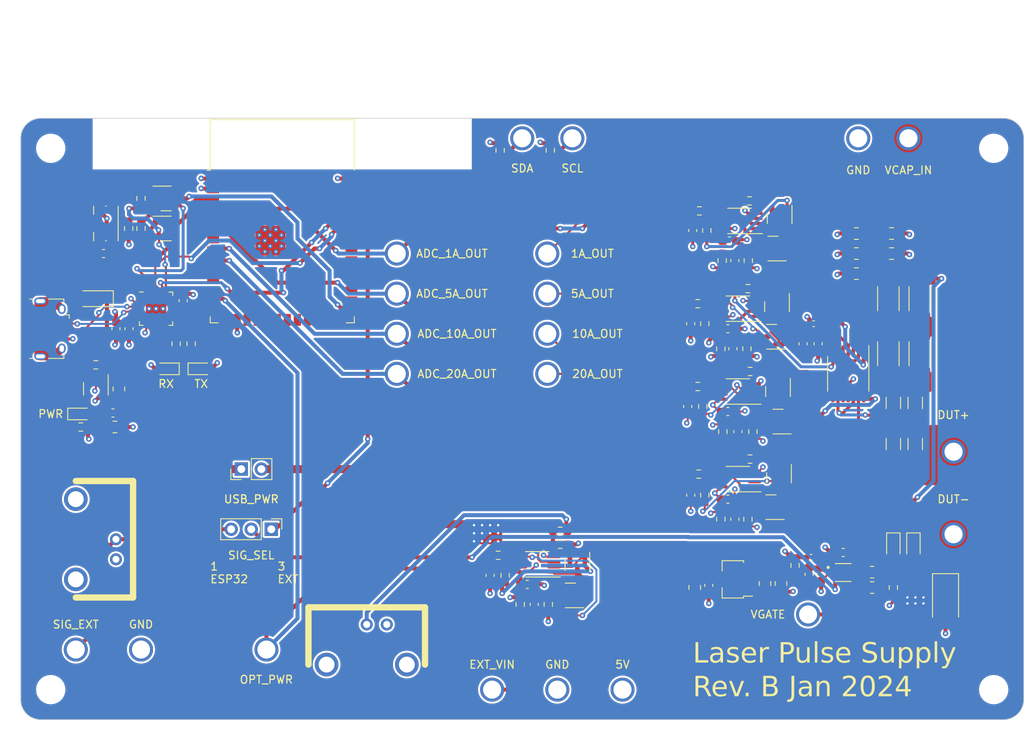
<source format=kicad_pcb>
(kicad_pcb (version 20221018) (generator pcbnew)
  (layers (0 "F.Cu" signal) (1 "In1.Cu" signal) (2 "In2.Cu" signal) (31 "B.Cu" signal) (34 "B.Paste" user) (35 "F.Paste" user) (36 "B.SilkS" user "B.Silkscreen") (37 "F.SilkS" user "F.Silkscreen") (38 "B.Mask" user) (39 "F.Mask" user) (44 "Edge.Cuts" user))
  (net 0 "")
  (net 1 "GND")
  (net 2 "+3V3")
  (net 3 "Net-(U2-VPP)")
  (net 4 "/ESP32/RESET")
  (net 5 "+5V")
  (net 6 "Net-(U5-VDD)")
  (net 7 "Net-(D17-K)")
  (net 8 "Net-(U5-VREF)")
  (net 9 "VIN")
  (net 10 "Net-(U6-VO)")
  (net 11 "SENSE_IN")
  (net 12 "Net-(U7A-VCC)")
  (net 13 "Net-(D12-K)")
  (net 14 "Net-(C29-Pad2)")
  (net 15 "Net-(D13-K)")
  (net 16 "Net-(C30-Pad2)")
  (net 17 "Net-(D14-K)")
  (net 18 "Net-(C31-Pad2)")
  (net 19 "Net-(D15-K)")
  (net 20 "Net-(C32-Pad2)")
  (net 21 "ADC_1A")
  (net 22 "ADC_5A")
  (net 23 "ADC_10A")
  (net 24 "ADC_20A")
  (net 25 "Net-(D1-A)")
  (net 26 "Net-(D2-K)")
  (net 27 "Net-(D3-K)")
  (net 28 "Net-(D4-K)")
  (net 29 "Net-(D5-K)")
  (net 30 "Net-(D8-A)")
  (net 32 "Net-(D12-A)")
  (net 33 "Net-(D9-A)")
  (net 35 "Net-(D13-A)")
  (net 36 "Net-(D10-A)")
  (net 38 "Net-(D10-K)")
  (net 39 "Net-(D11-A)")
  (net 41 "Net-(D11-K)")
  (net 46 "Net-(J1-D-)")
  (net 47 "Net-(J1-D+)")
  (net 49 "unconnected-(J1-Shield-Pad6)")
  (net 50 "Net-(J2-In)")
  (net 51 "PULSE_IN")
  (net 52 "Net-(JP2-C)")
  (net 53 "Net-(Q3-G)")
  (net 54 "Net-(U1-EN)")
  (net 55 "Net-(U2-TXT{slash}GPIO.0)")
  (net 56 "Net-(U2-RXT{slash}GPIO.1)")
  (net 57 "/ESP32/RTS")
  (net 58 "/ESP32/DTR")
  (net 59 "/ESP32/SCL")
  (net 60 "/ESP32/SDA")
  (net 61 "Net-(C38-Pad2)")
  (net 62 "/GaN FET and Current Sensing/OUTH")
  (net 63 "/GaN FET and Current Sensing/OUTL")
  (net 64 "Net-(U7A--)")
  (net 65 "Net-(U7B--)")
  (net 66 "Net-(U7C--)")
  (net 67 "SENSE_OUT")
  (net 68 "Net-(U8A-+)")
  (net 69 "SENSE_1A")
  (net 70 "Net-(U9A-+)")
  (net 71 "SENSE_5A")
  (net 72 "Net-(U10A-+)")
  (net 73 "SENSE_10A")
  (net 74 "Net-(U11A-+)")
  (net 75 "SENSE_20A")
  (net 76 "Net-(U8B--)")
  (net 77 "Net-(U9B--)")
  (net 78 "Net-(U10B--)")
  (net 79 "Net-(U11B--)")
  (net 89 "/ESP32/TXD0")
  (net 90 "/ESP32/RXD0")
  (net 98 "Net-(J3-In)")
  (net 109 "/ESP32/GPIO0")
  (net 117 "OPT_IN_ADC")
  (net 118 "Net-(D16-A)")
  (net 120 "Net-(Q1-Pad1)")
  (net 121 "Net-(Q2-Pad1)")
  (net 122 "Net-(D16-K)")
  (net 124 "Net-(U13A-+)")
  (net 125 "Net-(U13B--)")
  (net 126 "VBUS")
  (footprint "DW_Library:Keystone-1502-2" (layer "F.Cu") (at 135.89 123.19)
    (fp_text reference "TP5" hide)
    (fp_text value "EXT_VIN")
  )
  (footprint "Capacitor_SMD:C_0603_1608Metric_Pad1.08x0.95mm_HandSolder" (layer "F.Cu") (at 177.165 79.375 90)
    (fp_text reference "C23" hide)
    (fp_text value "100n")
  )
  (footprint "Resistor_SMD:R_0603_1608Metric_Pad0.98x0.95mm_HandSolder" (layer "F.Cu") (at 168.148 80.01 -90)
    (fp_text reference "R32" hide)
    (fp_text value "22")
  )
  (footprint "Package_TO_SOT_SMD:SOT-23" (layer "F.Cu") (at 172.085 89.2325 180)
    (fp_text reference "D14" hide)
    (fp_text value "BAT17")
  )
  (footprint "Capacitor_SMD:C_0603_1608Metric_Pad1.08x0.95mm_HandSolder" (layer "F.Cu") (at 165.735 87.9625)
    (fp_text reference "C27" hide)
    (fp_text value "100n")
  )
  (footprint "Capacitor_SMD:C_0603_1608Metric_Pad1.08x0.95mm_HandSolder" (layer "F.Cu") (at 161.036 98.552 -90)
    (fp_text reference "C36" hide)
    (fp_text value "1u5")
  )
  (footprint "Resistor_SMD:R_2010_5025Metric_Pad1.40x2.65mm_HandSolder" (layer "F.Cu") (at 190.03 80.645 -90)
    (fp_text reference "R16" hide)
    (fp_text value "0R06")
  )
  (footprint "Capacitor_SMD:C_0603_1608Metric_Pad1.08x0.95mm_HandSolder" (layer "F.Cu") (at 166.37 80.01 -90)
    (fp_text reference "C30" hide)
    (fp_text value "10n")
  )
  (footprint "Capacitor_SMD:C_0603_1608Metric_Pad1.08x0.95mm_HandSolder" (layer "F.Cu") (at 167.005 90.5025 -90)
    (fp_text reference "C31" hide)
    (fp_text value "10n")
  )
  (footprint "Diode_SMD:D_SMA" (layer "F.Cu") (at 193.294 112.014 -90)
    (fp_text reference "D5" hide)
    (fp_text value "24V 1W")
  )
  (footprint "Resistor_SMD:R_0603_1608Metric_Pad0.98x0.95mm_HandSolder" (layer "F.Cu") (at 143.256 54.864 90)
    (fp_text reference "R8" hide)
    (fp_text value "10k")
  )
  (footprint "DW_Library:Keystone-1502-2" (layer "F.Cu") (at 83.185 118.11)
    (fp_text reference "TP3" hide)
    (fp_text value "SIG_EXT")
  )
  (footprint "DW_Library:Keystone-1502-2" (layer "F.Cu") (at 123.825 83.185)
    (fp_text reference "TP20" hide)
    (fp_text value "ADC_20A_OUT")
  )
  (footprint "DW_Library:3-FCLGA_3.2x2.2mm" (layer "F.Cu") (at 189.484 109.982 90)
    (fp_text reference "Q3" hide)
    (fp_text value "GAN7R0-150LBE")
  )
  (footprint "Capacitor_SMD:C_0603_1608Metric_Pad1.08x0.95mm_HandSolder" (layer "F.Cu") (at 175.26 79.375 90)
    (fp_text reference "C24" hide)
    (fp_text value "1u")
  )
  (footprint "Capacitor_SMD:C_0603_1608Metric_Pad1.08x0.95mm_HandSolder" (layer "F.Cu") (at 165.9425 66.35)
    (fp_text reference "C25" hide)
    (fp_text value "100n")
  )
  (footprint "Resistor_SMD:R_0603_1608Metric_Pad0.98x0.95mm_HandSolder" (layer "F.Cu") (at 168.275 72.39)
    (fp_text reference "R24" hide)
    (fp_text value "1k")
  )
  (footprint "Resistor_SMD:R_0603_1608Metric_Pad0.98x0.95mm_HandSolder" (layer "F.Cu") (at 162.052 95.885 180)
    (fp_text reference "R42" hide)
    (fp_text value "10k")
  )
  (footprint "Capacitor_SMD:C_0603_1608Metric_Pad1.08x0.95mm_HandSolder" (layer "F.Cu") (at 87.884 88.138)
    (fp_text reference "C4" hide)
    (fp_text value "0u1")
  )
  (footprint "LED_SMD:LED_0603_1608Metric_Pad1.05x0.95mm_HandSolder" (layer "F.Cu") (at 99.06 82.55)
    (fp_text reference "D3" hide)
    (fp_text value "TX")
  )
  (footprint "Resistor_SMD:R_1206_3216Metric_Pad1.30x1.75mm_HandSolder" (layer "F.Cu") (at 186.69 86.868 -90)
    (fp_text reference "R21" hide)
    (fp_text value "0R03")
  )
  (footprint "Diode_SMD:D_SOD-323F" (layer "F.Cu") (at 186.69 104.945 -90)
    (fp_text reference "D7" hide)
    (fp_text value "100V 200mA")
  )
  (footprint "Resistor_SMD:R_0603_1608Metric_Pad0.98x0.95mm_HandSolder" (layer "F.Cu") (at 161.925 74.295 180)
    (fp_text reference "R40" hide)
    (fp_text value "10k")
  )
  (footprint "Resistor_SMD:R_0603_1608Metric_Pad0.98x0.95mm_HandSolder" (layer "F.Cu") (at 162.814 98.552 90)
    (fp_text reference "R30" hide)
    (fp_text value "2k2")
  )
  (footprint "Resistor_SMD:R_1206_3216Metric_Pad1.30x1.75mm_HandSolder" (layer "F.Cu") (at 189.46 92.075 -90)
    (fp_text reference "R18" hide)
    (fp_text value "0R015")
  )
  (footprint "Resistor_SMD:R_0603_1608Metric_Pad0.98x0.95mm_HandSolder" (layer "F.Cu") (at 91.44 60.96 90)
    (fp_text reference "R5" hide)
    (fp_text value "10k")
  )
  (footprint "Resistor_SMD:R_0603_1608Metric_Pad0.98x0.95mm_HandSolder" (layer "F.Cu") (at 162.56 87.3275 90)
    (fp_text reference "R29" hide)
    (fp_text value "2k2")
  )
  (footprint "Capacitor_SMD:C_0805_2012Metric_Pad1.18x1.45mm_HandSolder" (layer "F.Cu") (at 161.544 110.236 -90)
    (fp_text reference "C14" hide)
    (fp_text value "4u7")
  )
  (footprint "DW_Library:Keystone-1502-2" (layer "F.Cu") (at 123.825 67.945)
    (fp_text reference "TP17" hide)
    (fp_text value "ADC_1A_OUT")
  )
  (footprint "DW_Library:UCC27611DRVT" (layer "F.Cu") (at 180.34 108.3525)
    (fp_text reference "U5" hide)
    (fp_text value "UCC27611DRVT")
  )
  (footprint "Resistor_SMD:R_0603_1608Metric_Pad0.98x0.95mm_HandSolder" (layer "F.Cu") (at 83.82 89.916 180)
    (fp_text reference "R2" hide)
    (fp_text value "1k")
  )
  (footprint "Capacitor_SMD:C_0603_1608Metric_Pad1.08x0.95mm_HandSolder" (layer "F.Cu") (at 176.022 108.58 -90)
    (fp_text reference "C9" hide)
    (fp_text value "1u")
  )
  (footprint "DW_Library:Keystone-1502-2" (layer "F.Cu") (at 144.145 123.19)
    (fp_text reference "TP6" hide)
    (fp_text value "GND")
  )
  (footprint "Package_SO:MSOP-8_3x3mm_P0.65mm" (layer "F.Cu") (at 167.005 74.93 180)
    (fp_text reference "U9" hide)
    (fp_text value "LTC6244CMS8")
  )
  (footprint "Package_SO:TSSOP-14_4.4x5mm_P0.65mm" (layer "F.Cu") (at 180.975 83.185 -90)
    (fp_text reference "U7" hide)
    (fp_text value "MAX4378")
  )
  (footprint "Resistor_SMD:R_0603_1608Metric_Pad0.98x0.95mm_HandSolder" (layer "F.Cu") (at 168.3215 68.834 -90)
    (fp_text reference "R31" hide)
    (fp_text value "22")
  )
  (footprint "Resistor_SMD:R_1206_3216Metric_Pad1.30x1.75mm_HandSolder" (layer "F.Cu") (at 186.69 92.075 -90)
    (fp_text reference "R22" hide)
    (fp_text value "0R015")
  )
  (footprint "Button_Switch_SMD:SW_Push_1P1T-SH_NO_CK_KMR2xxG" (layer "F.Cu") (at 86.995 64.135 90)
    (fp_text reference "SW1" hide)
    (fp_text value "KMR211GLFS")
  )
  (footprint "DW_Library:Keystone-1502-2" (layer "F.Cu") (at 107.315 118.11)
    (fp_text reference "TP21" hide)
    (fp_text value "OPT_PWR")
  )
  (footprint "Package_TO_SOT_SMD:SOT-23-5" (layer "F.Cu") (at 85.725 85.09 -90)
    (fp_text reference "U1" hide)
    (fp_text value "AP2112K-3.3")
  )
  (footprint "Resistor_SMD:R_0603_1608Metric_Pad0.98x0.95mm_HandSolder" (layer "F.Cu") (at 136.906 54.864 90)
    (fp_text reference "R9" hide)
    (fp_text value "10k")
  )
  (footprint "DW_Library:BNC_Molex_0731375003" (layer "F.Cu") (at 120.015 120.015)
    (fp_text reference "J3" hide)
    (fp_text value "OPT_PWR")
  )
  (footprint "Capacitor_SMD:C_0805_2012Metric_Pad1.18x1.45mm_HandSolder" (layer "F.Cu") (at 186.4575 65.405)
    (fp_text reference "C21" hide)
    (fp_text value "4u7")
  )
  (footprint "Capacitor_SMD:C_0402_1005Metric_Pad0.74x0.62mm_HandSolder" (layer "F.Cu") (at 176.5975 76.835)
    (fp_text reference "FB2" hide)
    (fp_text value "330R 700mA")
  )
  (footprint "Package_TO_SOT_SMD:SOT-23" (layer "F.Cu") (at 172.212 96.3445 -90)
    (fp_text reference "D11" hide)
    (fp_text value "BAT17")
  )
  (footprint "Capacitor_SMD:C_0805_2012Metric_Pad1.18x1.45mm_HandSolder" (layer "F.Cu") (at 170.434 109.7495 -90)
    (fp_text reference "C16" hide)
    (fp_text value "4u7")
  )
  (footprint "MountingHole:MountingHole_3.5mm" (layer "F.Cu") (at 199.39 54.61)
    (fp_text reference "H2" hide)
    (fp_text value "MountingHole")
  )
  (footprint "Capacitor_SMD:C_0603_1608Metric_Pad1.08x0.95mm_HandSolder" (layer "F.Cu") (at 166.624 68.834 -90)
    (fp_text reference "C29" hide)
    (fp_text value "10n")
  )
  (footprint "Capacitor_SMD:C_0603_1608Metric_Pad1.08x0.95mm_HandSolder" (layer "F.Cu") (at 166.624 101.6 -90)
    (fp_text reference "C32" hide)
    (fp_text value "10n")
  )
  (footprint "Package_SO:MSOP-8_3x3mm_P0.65mm" (layer "F.Cu") (at 167.005 96.52 180)
    (fp_text reference "U11" hide)
    (fp_text value "LTC6244CMS8")
  )
  (footprint "Package_SO:MSOP-8_3x3mm_P0.65mm" (layer "F.Cu") (at 167.005 85.4225 180)
    (fp_text reference "U10" hide)
    (fp_text value "LTC6244CMS8")
  )
  (footprint "Diode_SMD:D_SOD-323F" (layer "F.Cu") (at 189.23 104.945 -90)
    (fp_text reference "D6" hide)
    (fp_text value "100V 200mA")
  )
  (footprint "Resistor_SMD:R_0603_1608Metric_Pad0.98x0.95mm_HandSolder" (layer "F.Cu") (at 162.814 76.835 90)
    (fp_text reference "R28" hide)
    (fp_text value "2k2")
  )
  (footprint "MountingHole:MountingHole_3.5mm" (layer "F.Cu") (at 199.39 123.19)
    (fp_text reference "H3" hide)
    (fp_text value "MountingHole")
  )
  (footprint "DW_Library:Keystone-1502-2" (layer "F.Cu") (at 139.7 53.34)
    (fp_text reference "TP2" hide)
    (fp_text value "SDA")
  )
  (footprint "DW_Library:Keystone-1502-2" (layer "F.Cu") (at 194.31 103.505)
    (fp_text reference "TP10" hide)
    (fp_text value "DUT-")
  )
  (footprint "Diode_SMD:D_SOD-123F" (layer "F.Cu") (at 85.725 73.66 180)
    (fp_text reference "D1" hide)
    (fp_text value "MBR120")
  )
  (footprint "DW_Library:Keystone-1502-2" (layer "F.Cu") (at 152.4 123.19)
    (fp_text reference "TP11" hide)
    (fp_text value "5V")
  )
  (footprint "DW_Library:Keystone-1502-2" (layer "F.Cu") (at 123.825 73.025)
    (fp_text reference "TP18" hide)
    (fp_text value "ADC_5A_OUT")
  )
  (footprint "Resistor_SMD:R_0603_1608Metric_Pad0.98x0.95mm_HandSolder" (layer "F.Cu") (at 137.541 108.712 90)
    (fp_text reference "R46" hide)
    (fp_text value "2k2")
  )
  (footprint "Capacitor_SMD:C_0805_2012Metric_Pad1.18x1.45mm_HandSolder" (layer "F.Cu") (at 182.0125 70.485 180)
    (fp_text reference "C18" hide)
    (fp_text value "4u7")
  )
  (footprint "Capacitor_SMD:C_0603_1608Metric_Pad1.08x0.95mm_HandSolder" (layer "F.Cu") (at 86.705 67.945 180)
    (fp_text reference "C7" hide)
    (fp_text value "0u1")
  )
  (footprint "Capacitor_SMD:C_0805_2012Metric_Pad1.18x1.45mm_HandSolder" (layer "F.Cu") (at 182.0125 67.945 180)
    (fp_text reference "C19" hide)
    (fp_text value "4u7")
  )
  (footprint "Capacitor_SMD:C_0603_1608Metric_Pad1.08x0.95mm_HandSolder" (layer "F.Cu") (at 161.036 76.835 -90)
    (fp_text reference "C34" hide)
    (fp_text value "1u5")
  )
  (footprint "Resistor_SMD:R_0805_2012Metric_Pad1.20x1.40mm_HandSolder" (layer "F.Cu") (at 183.9976 110.2575)
    (fp_text reference "R12" hide)
    (fp_text value "10")
  )
  (footprint "DW_Library:BNC_Molex_0731375003" (layer "F.Cu") (at 83.185 104.14 -90)
    (fp_text reference "J2" hide)
    (fp_text value "SIG_EXT")
  )
  (footprint "Connector_PinHeader_2.54mm:PinHeader_1x02_P2.54mm_Vertical" (layer "F.Cu") (at 104.135 95.25 90)
    (fp_text reference "JP3" hide)
    (fp_text value "USB_PWR")
  )
  (footprint "DW_Library:Keystone-1502-2" (layer "F.Cu") (at 142.875 67.945)
    (fp_text reference "TP13" hide)
    (fp_text value "1A_OUT")
  )
  (footprint "Capacitor_SMD:C_0805_2012Metric_Pad1.18x1.45mm_HandSolder" (layer "F.Cu") (at 182.0125 65.405 180)
    (fp_text reference "C20" hide)
    (fp_text value "4u7")
  )
  (footprint "Capacitor_SMD:C_0603_1608Metric_Pad1.08x0.95mm_HandSolder" (layer "F.Cu") (at 161.29 65.024 -90)
    (fp_text reference "C33" hide)
    (fp_text value "1u5")
  )
  (footprint "Resistor_SMD:R_0603_1608Metric_Pad0.98x0.95mm_HandSolder" (layer "F.Cu") (at 143.002 112.395 -90)
    (fp_text reference "R48" hide)
    (fp_text value "1M")
  )
  (footprint "Capacitor_SMD:C_0603_1608Metric_Pad1.08x0.95mm_HandSolder" (layer "F.Cu") (at 135.636 108.712 -90)
    (fp_text reference "C39" hide)
    (fp_text value "1u5")
  )
  (footprint "Package_TO_SOT_SMD:SOT-23" (layer "F.Cu") (at 172.085 85.4225 -90)
    (fp_text reference "D10" hide)
    (fp_text value "BAT17")
  )
  (footprint "Capacitor_SMD:C_0603_1608Metric_Pad1.08x0.95mm_HandSolder" (layer "F.Cu") (at 177.546 108.58 -90)
    (fp_text reference "C10" hide)
    (fp_text value "0u1")
  )
  (footprint "Resistor_SMD:R_0603_1608Metric_Pad0.98x0.95mm_HandSolder" (layer "F.Cu") (at 165.1 90.5025 90)
    (fp_text reference "R33" hide)
    (fp_text value "22")
  )
  (footprint "Package_DFN_QFN:QFN-24-1EP_4x4mm_P0.5mm_EP2.6x2.6mm" (layer "F.Cu") (at 93.345 74.93)
    (fp_text reference "U2" hide)
    (fp_text value "CP2104")
  )
  (footprint "Resistor_SMD:R_0603_1608Metric_Pad0.98x0.95mm_HandSolder" (layer "F.Cu") (at 162.1325 62.54 180)
    (fp_text reference "R39" hide)
    (fp_text value "10k")
  )
  (footprint "DW_Library:Keystone-1502-2" (layer "F.Cu") (at 188.595 53.34)
    (fp_text reference "TP7" hide)
    (fp_text value "VCAP_IN")
  )
  (footprint "DW_Library:Keystone-1502-2" (layer "F.Cu") (at 194.31 93.05)
    (fp_text reference "TP9" hide)
    (fp_text value "DUT+")
  )
  (footprint "Resistor_SMD:R_1206_3216Metric_Pad1.30x1.75mm_HandSolder" (layer "F.Cu") (at 189.46 86.868 -90)
    (fp_text reference "R17" hide)
    (fp_text value "0R03")
  )
  (footprint "DW_Library:Keystone-1502-2" (layer "F.Cu") (at 182.245 53.34)
    (fp_text reference "TP8" hide)
    (fp_text value "GND")
  )
  (footprint "Package_TO_SOT_SMD:SOT-23" (layer "F.Cu") (at 94.615 64.77)
    (fp_text reference "Q2" hide)
    (fp_text value "MMBT2222*")
  )
  (footprint "DW_Library:Keystone-1502-2" (layer "F.Cu") (at 123.825 78.105)
    (fp_text reference "TP19" hide)
    (fp_text value "ADC_10A_OUT")
  )
  (footprint "Package_TO_SOT_SMD:SOT-23" (layer "F.Cu") (at 145.796 111.252 180)
    (fp_text reference "D17" hide)
    (fp_text value "BAT17")
  )
  (footprint "Capacitor_SMD:C_0603_1608Metric_Pad1.08x0.95mm_HandSolder" (layer "F.Cu") (at 88.265 77.47 -90)
    (fp_text reference "C2" hide)
    (fp_text value "1u")
  )
  (footprint "Resistor_SMD:R_0805_2012Metric_Pad1.20x1.40mm_HandSolder" (layer "F.Cu") (at 183.9976 108.3056)
    (fp_text reference "R11" hide)
    (fp_text value "10")
  )
  (footprint "Resistor_SMD:R_2010_5025Metric_Pad1.40x2.65mm_HandSolder" (layer "F.Cu") (at 190.03 73.66 -90)
    (fp_text reference "R15" hide)
    (fp_text value "0R3")
  )
  (footprint "Package_TO_SOT_SMD:SOT-89-3" (layer "F.Cu") (at 166.37 109.22 180)
    (fp_text reference "U6" hide)
    (fp_text value "MCP1703T-5002E/MB")
  )
  (footprint "Capacitor_SMD:C_0603_1608Metric_Pad1.08x0.95mm_HandSolder" (layer "F.Cu") (at 89.916 77.47 -90)
    (fp_text reference "C3" hide)
    (fp_text value "0u1")
  )
  (footprint "DW_Library:Keystone-1502-2" (layer "F.Cu") (at 142.875 78.105)
    (fp_text reference "TP15" hide)
    (fp_text value "10A_OUT")
  )
  (footprint "Package_SO:MSOP-8_3x3mm_P0.65mm" (layer "F.Cu") (at 167.2125 63.81 180)
    (fp_text reference "U8" hide)
    (fp_text value "LTC6244CMS8")
  )
  (footprint "Capacitor_SMD:C_0603_1608Metric_Pad1.08x0.95mm_HandSolder" (layer "F.Cu") (at 141.224 112.395 -90)
    (fp_text reference "C38" hide)
    (fp_text value "10n")
  )
  (footprint "DW_Library:Keystone-1502-2" (layer "F.Cu") (at 175.895 113.665)
    (fp_text reference "TP12" hide)
    (fp_text value "VGATE")
  )
  (footprint "Package_TO_SOT_SMD:SOT-23" (layer "F.Cu") (at 171.196 100.076 180)
    (fp_text reference "D15" hide)
    (fp_text value "BAT17")
  )
  (footprint "DW_Library:USB_Micro-B_Amphenol_10118194_Horizontal" (layer "F.Cu") (at 80.01 77.47 -90)
    (fp_text reference "J1" hide)
    (fp_text value "USB_B_Micro")
  )
  (footprint "Resistor_SMD:R_0603_1608Metric_Pad0.98x0.95mm_HandSolder" (layer "F.Cu") (at 97.79 79.375 -90)
    (fp_text reference "R3" hide)
    (fp_text value "1k")
  )
  (footprint "DW_Library:Keystone-1502-2" (layer "F.Cu") (at 146.05 53.34)
    (fp_text reference "TP1" hide)
    (fp_text value "SCL")
  )
  (footprint "Resistor_SMD:R_0603_1608Metric_Pad0.98x0.95mm_HandSolder" (layer "F.Cu") (at 168.5525 82.8825 180)
    (fp_text reference "R25" hide)
    (fp_text value "1k")
  )
  (footprint "Resistor_SMD:R_0603_1608Metric_Pad0.98x0.95mm_HandSolder" (layer "F.Cu") (at 165.0195 68.834 -90)
    (fp_text reference "R35" hide)
    (fp_text value "1M")
  )
  (footprint "Capacitor_SMD:C_0603_1608Metric_Pad1.08x0.95mm_HandSolder" (layer "F.Cu") (at 165.735 77.47)
    (fp_text reference "C26" hide)
    (fp_text value "100n")
  )
  (footprint "Capacitor_SMD:C_0603_1608Metric_Pad1.08x0.95mm_HandSolder" (layer "F.Cu") (at 165.735 99.06)
    (fp_text reference "C28" hide)
    (fp_text value "100n")
  )
  (footprint "Resistor_SMD:R_0603_1608Metric_Pad0.98x0.95mm_HandSolder" (layer "F.Cu") (at 161.925 84.7875 180)
    (fp_text reference "R41" hide)
    (fp_text value "10k")
  )
  (footprint "MountingHole:MountingHole_3.5mm" (layer "F.Cu") (at 80.01 123.19)
    (fp_text reference "H4" hide)
    (fp_text value "MountingHole")
  )
  (footprint "Package_TO_SOT_SMD:SOT-23" (layer "F.Cu") (at 171.45 67.31 180)
    (fp_text reference "D12" hide)
    (fp_text value "BAT17")
  )
  (footprint "Resistor_SMD:R_0603_1608Metric_Pad0.98x0.95mm_HandSolder" (layer "F.Cu") (at 168.5525 93.98 180)
    (fp_text reference "R26" hide)
    (fp_text value "1k")
  )
  (footprint "Package_TO_SOT_SMD:SOT-23" (layer "F.Cu") (at 171.958 74.676 -90)
    (fp_text reference "D9" hide)
    (fp_text value "BAT17")
  )
  (footprint "Capacitor_SMD:C_0805_2012Metric_Pad1.18x1.45mm_HandSolder" (layer "F.Cu") (at 88.138 89.916)
    (fp_text reference "C6" hide)
    (fp_text value "10u")
  )
  (footprint "Resistor_SMD:R_0603_1608Metric_Pad0.98x0.95mm_HandSolder" (layer "F.Cu") (at 168.91 90.5025 -90)
    (fp_text reference "R37" hide)
    (fp_text value "1M")
  )
  (footprint "Resistor_SMD:R_0603_1608Metric_Pad0.98x0.95mm_HandSolder" (layer "F.Cu") (at 136.652 106.172 180)
    (fp_text reference "R49" hide)
    (fp_text value "10k")
  )
  (footprint "Resistor_SMD:R_0603_1608Metric_Pad0.98x0.95mm_HandSolder" (layer "F.Cu") (at 163.068 65.024 90)
    (fp_text reference "R27" hide)
    (fp_text value "2k2")
  )
  (footprint "Resistor_SMD:R_0603_1608Metric_Pad0.98x0.95mm_HandSolder" (layer "F.Cu") (at 139.446 112.395 90)
    (fp_text reference "R47" hide)
    (fp_text value "22")
  )
  (footprint "DW_Library:Keystone-1502-2" (layer "F.Cu") (at 142.875 73.025)
    (fp_text reference "TP14" hide)
    (fp_text value "5A_OUT")
  )
  (footprint "DW_Library:Keystone-1502-2" (layer "F.Cu") (at 91.44 118.11)
    (fp_text reference "TP22" hide)
    (fp_text value "GND")
  )
  (footprint "Package_TO_SOT_SMD:SOT-23" (layer "F.Cu") (at 171.2745 78.486 180)
    (fp_text reference "D13" hide)
    (fp_text value "BAT17")
  )
  (footprint "LED_SMD:LED_0603_1608Metric_Pad1.05x0.95mm_HandSolder" (layer "F.Cu") (at 83.82 88.265)
    (fp_text reference "D2" hide)
    (fp_text value "PWR")
  )
  (footprint "Resistor_SMD:R_0603_1608Metric_Pad0.98x0.95mm_HandSolder" (layer "F.Cu") (at 168.4825 61.27 180)
    (fp_text reference "R23" hide)
    (fp_text value "1k")
  )
  (footprint "Capacitor_SMD:C_0603_1608Metric_Pad1.08x0.95mm_HandSolder" (layer "F.Cu") (at 140.335 109.855)
    (fp_text reference "C37" hide)
    (fp_text value "100n")
  )
  (footprint "Resistor_SMD:R_0603_1608Metric_Pad0.98x0.95mm_HandSolder" (layer "F.Cu") (at 168.275 101.6 -90)
    (fp_text reference "R38" hide)
    (fp_text value "1M")
  )
  (footprint "Resistor_SMD:R_0603_1608Metric_Pad0.98x0.95mm_HandSolder" (layer "F.Cu") (at 164.846 101.6 90)
    (fp_text reference "R34" hide)
    (fp_text value "22")
  )
  (footprint "Capacitor_SMD:C_0805_2012Metric_Pad1.18x1.45mm_HandSolder" (layer "F.Cu") (at 172.466 109.7495 -90)
    (fp_text reference "C17" hide)
    (fp_text value "4u7")
  )
  (footprint "Capacitor_SMD:C_0805_2012Metric_Pad1.18x1.45mm_HandSolder" (layer "F.Cu") (at 88.646 85.09 -90)
    (fp_text reference "C1" hide)
    (fp_text value "10u")
  )
  (footprint "Capacitor_SMD:C_0603_1608Metric_Pad1.08x0.95mm_HandSolder" (layer "F.Cu") (at 180.34 105.8125 180)
    (fp_text reference "C13" hide)
    (fp_text value "0u1")
  )
  (footprint "Capacitor_SMD:C_0805_2012Metric_Pad1.18x1.45mm_HandSolder" (layer "F.Cu") (at 186.4575 67.945)
    (fp_text reference "C22" hide)
    (fp_text value "10u")
  )
  (footprint "Resistor_SMD:R_0603_1608Metric_Pad0.98x0.95mm_HandSolder" (layer "F.Cu") (at 164.846 80.01 -90)
    (fp_text reference "R36" hide)
    (fp_text value "1M")
  )
  (footprint "Package_TO_SOT_SMD:SOT-23" (layer "F.Cu") (at 172.2925 63.5 -90)
    (fp_text reference "D8" hide)
    (fp_text value "BAT17")
  )
  (footprint "Resistor_SMD:R_0603_1608Metric_Pad0.98x0.95mm_HandSolder" (layer "F.Cu") (at 95.885 79.375 -90)
    (fp_text reference "R4" hide)
    (fp_text value "1k")
  )
  (footprint "Resistor_SMD:R_2010_5025Metric_Pad1.40x2.65mm_HandSolder" (layer "F.Cu") (at 186.055 73.66 -90)
    (fp_text reference "R19" hide)
    (fp_text value "0R3")
  )
  (footprint "LED_SMD:LED_0603_1608Metric_Pad1.05x0.95mm_HandSolder" (layer "F.Cu") (at 94.615 82.55 180)
    (fp_text reference "D4" hide)
    (fp_text value "RX")
  )
  (footprint "Resistor_SMD:R_0603_1608Metric_Pad0.98x0.95mm_HandSolder" (layer "F.Cu") (at 144.5025 104.775 180)
    (fp_text reference "R43" hide)
    (fp_text value "0")
  )
  (footprint "Resistor_SMD:R_2010_5025Metric_Pad1.40x2.65mm_HandSolder" (layer "F.Cu") (at 186.055 80.645 -90)
    (fp_text reference "R20" hide)
    (fp_text value "0R06")
  )
  (footprint "Resistor_SMD:R_0603_1608Metric_Pad0.98x0.95mm_HandSolder" (layer "F.Cu") (at 89.88 64.77 -90)
    (fp_text reference "R7" hide)
    (fp_text value "10k")
  )
  (footprint "Resistor_SMD:R_0603_1608Metric_Pad0.98x0.95mm_HandSolder" (layer "F.Cu") (at 144.5025 103.124 180)
    (fp_text reference "R44" hide)
    (fp_text value "1k")
  )
  (footprint "Package_TO_SOT_SMD:SOT-23" (layer "F.Cu") (at 146.685 107.442 -90)
    (fp_text reference "D16" hide)
    (fp_text value "BAT17")
  )
  (footprint "MountingHole:MountingHole_3.5mm" (layer "F.Cu") (at 80.01 54.61)
    (fp_text reference "H1" hide)
    (fp_text value "MountingHole")
  )
  (footprint "Capacitor_SMD:C_0402_1005Metric_Pad0.74x0.62mm_HandSolder" (layer "F.Cu") (at 176.276 106.426)
    (fp_text reference "FB1" hide)
    (fp_text value "330R 700mA")
  )
  (footprint "Capacitor_SMD:C_0603_1608Metric_Pad1.08x0.95mm_HandSolder" (layer "F.Cu") (at 160.655 87.3275 -90)
    (fp_text reference "C35" hide)
    (fp_text value "1u5")
  )
  (footprint "Resistor_SMD:R_0603_1608Metric_Pad0.98x0.95mm_HandSolder" (layer "F.Cu") (at 85.725 82.042 180)
    (fp_text reference "R1" hide)
    (fp_text value "100k")
  )
  (footprint "Package_SO:MSOP-8_3x3mm_P0.65mm" (layer "F.Cu") (at 141.605 107.315 180)
    (fp_text reference "U13" hide)
    (fp_text value "LTC6244CMS8")
  )
  (footprint "Capacitor_SMD:C_0603_1608Metric_Pad1.08x0.95mm_HandSolder" (layer "F.Cu") (at 163.322 109.982 -90)
    (fp_text reference "C15" hide)
    (fp_text value "1u")
  )
  (footprint "Capacitor_SMD:C_0603_1608Metric_Pad1.08x0.95mm_HandSolder" (layer "F.Cu") (at 96.774 73.914 90)
    (fp_text reference "C5" hide)
    (fp_text value "0u1")
  )
  (footprint "Resistor_SMD:R_0603_1608Metric_Pad0.98x0.95mm_HandSolder" (layer "F.Cu") (at 186.69 110.2575 -90)
    (fp_text reference "R13" hide)
    (fp_text value "10k")
  )
  (footprint "Resistor_SMD:R_0603_1608Metric_Pad0.98x0.95mm_HandSolder" (layer "F.Cu") (at 91.44 64.77 -90)
    (fp_text reference "R6" hide)
    (fp_text value "10k")
  )
  (footprint "Resistor_SMD:R_0603_1608Metric_Pad0.98x0.95mm_HandSolder" (layer "F.Cu") (at 174.244 107.442 -90)
    (fp_text reference "R14" hide)
    (fp_text value "0")
  )
  (footprint "RF_Module:ESP32-WROOM-32D" (layer "F.Cu") (at 109.32 66.8362)
    (fp_text reference "U3" hide)
    (fp_text value "ESP32-WROOM-32D")
  )
  (footprint "Package_TO_SOT_SMD:SOT-23" (layer "F.Cu") (at 94.615 60.96)
    (fp_text reference "Q1" hide)
    (fp_text value "MMBT2222*")
  )
  (footprint "DW_Library:Keystone-1502-2" (layer "F.Cu") (at 142.875 83.185)
    (fp_text reference "TP16" hide)
    (fp_text value "20A_OUT")
  )
  (footprint "Connector_PinHeader_2.54mm:PinHeader_1x03_P2.54mm_Vertical" (layer "F.Cu") (at 107.935 102.87 -90)
    (fp_text reference "JP2" hide)
    (fp_text value "SIG_SEL")
  )
  (gr_line (start 203.2 53.34) (end 203.2 124.46) (stroke (width 0.1)) (layer "Edge.Cuts"))
  (gr_line (start 200.66 127) (end 78.74 127) (stroke (width 0.1)) (layer "Edge.Cuts"))
  (gr_line (start 78.74 50.8) (end 200.66 50.8) (stroke (width 0.1)) (layer "Edge.Cuts"))
  (gr_line (start 76.2 124.46) (end 76.2 53.34) (stroke (width 0.1)) (layer "Edge.Cuts"))
  (gr_arc (start 78.74 127) (mid 76.943949 126.256051) (end 76.2 124.46) (stroke (width 0.1)) (layer "Edge.Cuts"))
  (gr_arc (start 200.66 50.8) (mid 202.456051 51.543949) (end 203.2 53.34) (stroke (width 0.1)) (layer "Edge.Cuts"))
  (gr_arc (start 76.2 53.34) (mid 76.943949 51.543949) (end 78.74 50.8) (stroke (width 0.1)) (layer "Edge.Cuts"))
  (gr_arc (start 203.2 124.46) (mid 202.456051 126.256051) (end 200.66 127) (stroke (width 0.1)) (layer "Edge.Cuts"))
  (gr_text "1		 3\nESP32	 EXT" (at 100.1268 109.7788) (layer "F.SilkS") (effects (font (size 1 1)) (justify left bottom)))
  (gr_text "Laser Pulse Supply\nRev. B Jan 2024" (at 161.29 124.46) (layer "F.SilkS") (effects (font (size 2.54 2.54)) (justify left bottom)))
  (segment (start 143.002 113.3075) (end 143.002 114.554) (width 0.508) (layer "F.Cu") (net 1))
  (segment (start 168.148 80.9225) (end 169.3145 80.9225) (width 0.508) (layer "F.Cu") (net 1))
  (segment (start 177.165 81.407) (end 177.038 81.534) (width 0.508) (layer "F.Cu") (net 1))
  (segment (start 166.805 66.35) (end 166.9785 66.1765) (width 0.381) (layer "F.Cu") (net 1))
  (segment (start 99.09 58.45) (end 99.06 58.42) (width 0.508) (layer "F.Cu") (net 1))
  (segment (start 179.705 67.945) (end 179.578 68.072) (width 0.508) (layer "F.Cu") (net 1))
  (segment (start 187.495 65.405) (end 187.495 67.945) (width 1.016) (layer "F.Cu") (net 1))
  (segment (start 177.546 109.4425) (end 177.546 110.744) (width 0.508) (layer "F.Cu") (net 1))
  (segment (start 88.265 79.375) (end 88.138 79.502) (width 0.508) (layer "F.Cu") (net 1))
  (segment (start 88.7465 89.487) (end 89.1755 89.916) (width 0.508) (layer "F.Cu") (net 1))
  (segment (start 167.71152 73.955) (end 167.65526 73.89874) (width 0.254) (layer "F.Cu") (net 1))
  (segment (start 163.322 110.8445) (end 168.1955 110.8445) (width 0.508) (layer "F.Cu") (net 1))
  (segment (start 86.195 66.185) (end 87.087 65.293) (width 0.508) (layer "F.Cu") (net 1))
  (segment (start 164.846 80.9225) (end 163.6795 80.9225) (width 0.508) (layer "F.Cu") (net 1))
  (segment (start 163.6795 80.9225) (end 163.576 81.026) (width 0.508) (layer "F.Cu") (net 1))
  (segment (start 145.415 104.775) (end 146.685 104.775) (width 0.508) (layer "F.Cu") (net 1))
  (segment (start 161.036 77.6975) (end 161.036 78.994) (width 0.508) (layer "F.Cu") (net 1))
  (segment (start 82.774 78.77) (end 82.804 78.74) (width 0.381) (layer "F.Cu") (net 1))
  (segment (start 85.725 85.217) (end 85.598 85.344) (width 0.254) (layer "F.Cu") (net 1))
  (segment (start 88.7465 88.138) (end 88.7465 89.487) (width 0.508) (layer "F.Cu") (net 1))
  (segment (start 163.322 110.8445) (end 163.322 112.268) (width 0.508) (layer "F.Cu") (net 1))
  (segment (start 103.61 77.956) (end 103.632 77.978) (width 0.508) (layer "F.Cu") (net 1))
  (segment (start 177.165 80.2375) (end 177.165 81.407) (width 0.508) (layer "F.Cu") (net 1))
  (segment (start 168.245 62.835) (end 167.894 62.484) (width 0.381) (layer "F.Cu") (net 1))
  (segment (start 139.446 111.4825) (end 138.1995 111.4825) (width 0.508) (layer "F.Cu") (net 1))
  (segment (start 143.7175 106.34) (end 142.5765 106.34) (width 0.254) (layer "F.Cu") (net 1))
  (segment (start 169.1175 84.4475) (end 169.5525 84.4475) (width 0.381) (layer "F.Cu") (net 1))
  (segment (start 169.1175 73.955) (end 167.71152 73.955) (width 0.254) (layer "F.Cu") (net 1))
  (segment (start 168.32 110.72) (end 170.367 110.72) (width 0.508) (layer "F.Cu") (net 1))
  (segment (start 177.165 80.2375) (end 175.26 80.2375) (width 0.508) (layer "F.Cu") (net 1))
  (segment (start 169.901 91.415) (end 170.18 91.694) (width 0.254) (layer "F.Cu") (net 1))
  (segment (start 166.5975 97.8165) (end 166.624 97.79) (width 0.254) (layer "F.Cu") (net 1))
  (segment (start 87.087 63.535) (end 87.122 63.5) (width 0.508) (layer "F.Cu") (net 1))
  (segment (start 170.434 110.787) (end 172.466 110.787) (width 0.508) (layer "F.Cu") (net 1))
  (segment (start 168.3215 69.7465) (end 169.3145 69.7465) (width 0.381) (layer "F.Cu") (net 1))
  (segment (start 161.29 65.8865) (end 161.29 67.056) (width 0.381) (layer "F.Cu") (net 1))
  (segment (start 85.725 83.9525) (end 85.725 85.217) (width 0.254) (layer "F.Cu") (net 1))
  (segment (start 168.91 91.415) (end 169.901 91.415) (width 0.254) (layer "F.Cu") (net 1))
  (segment (start 96.774 73.0515) (end 97.9435 73.0515) (width 0.508) (layer "F.Cu") (net 1))
  (segment (start 178.636 108.3525) (end 177.546 109.4425) (width 0.254) (layer "F.Cu") (net 1))
  (segment (start 169.3145 69.7465) (end 169.418 69.85) (width 0.381) (layer "F.Cu") (net 1))
  (segment (start 179.32 108.3525) (end 180.34 108.3525) (width 0.254) (layer "F.Cu") (net 1))
  (segment (start 90.69 74.18) (end 91.4075 74.18) (width 0.254) (layer "F.Cu") (net 1))
  (segment (start 138.1995 111.4825) (end 138.176 111.506) (width 0.508) (layer "F.Cu") (net 1))
  (segment (start 162.893 111.2735) (end 163.322 110.8445) (width 0.508) (layer "F.Cu") (net 1))
  (segment (start 141.1975 109.855) (end 142.367 109.855) (width 0.508) (layer "F.Cu") (net 1))
  (segment (start 87.087 65.293) (end 87.087 63.535) (width 0.508) (layer "F.Cu") (net 1))
  (segment (start 188.595 65.405) (end 188.722 65.532) (width 0.508) (layer "F.Cu") (net 1))
  (segment (start 180.975 84.48552) (end 181.62526 83.83526) (width 0.381) (layer "F.Cu") (net 1))
  (segment (start 169.325 62.835) (end 168.245 62.835) (width 0.381) (layer "F.Cu") (net 1))
  (segment (start 160.655 89.281) (end 160.528 89.408) (width 0.254) (layer "F.Cu") (net 1))
  (segment (start 89.1755 89.916) (end 90.424 89.916) (width 0.508) (layer "F.Cu") (net 1))
  (segment (start 142.367 109.855) (end 142.494 109.982) (width 0.508) (layer "F.Cu") (net 1))
  (segment (start 166.5975 77.47) (end 167.894 77.47) (width 0.508) (layer "F.Cu") (net 1))
  (segment (start 179.4775 105.8125) (end 178.7105 105.8125) (width 0.508) (layer "F.Cu") (net 1))
  (segment (start 89.916 78.3325) (end 89.916 79.502) (width 0.508) (layer "F.Cu") (net 1))
  (segment (start 169.631 95.545) (end 170.18 94.996) (width 0.254) (layer "F.Cu") (net 1))
  (segment (start 173.947 110.787) (end 173.99 110.744) (width 0.508) (layer "F.Cu") (net 1))
  (segment (start 180.975 67.945) (end 179.705 67.945) (width 0.508) (layer "F.Cu") (net 1))
  (segment (start 135.636 109.5745) (end 135.636 110.998) (width 0.508) (layer "F.Cu") (net 1))
  (segment (start 180.975 86.0475) (end 180.975 84.48552) (width 0.381) (layer "F.Cu") (net 1))
  (segment (start 169.3145 80.9225) (end 169.418 81.026) (width 0.508) (layer "F.Cu") (net 1))
  (segment (start 164.846 100.6875) (end 163.7265 100.6875) (width 0.254) (layer "F.Cu") (net 1))
  (segment (start 118.07 58.45) (end 116.362 58.45) (width 0.508) (layer "F.Cu") (net 1))
  (segment (start 161.036 99.4145) (end 161.036 100.584) (width 0.254) (layer "F.Cu") (net 1))
  (segment (start 84.7325 91.3365) (end 84.836 91.44) (width 0.508) (layer "F.Cu") (net 1))
  (segment (start 178.7105 105.8125) (end 178.054 105.156) (width 0.508) (layer "F.Cu") (net 1))
  (segment (start 169.3145 102.5125) (end 169.418 102.616) (width 0.254) (layer "F.Cu") (net 1))
  (segment (start 165.0195 69.7465) (end 163.9805 69.7465) (width 0.381) (layer "F.Cu") (net 1))
  (segment (start 180.975 70.485) (end 179.705 70.485) (width 0.508) (layer "F.Cu") (net 1))
  (segment (start 179.705 70.485) (end 179.578 70.612) (width 0.508) (layer "F.Cu") (net 1))
  (segment (start 179.705 65.405) (end 179.578 65.532) (width 0.508) (layer "F.Cu") (net 1))
  (segment (start 179.32 108.3525) (end 178.636 108.3525) (width 0.254) (layer "F.Cu") (net 1))
  (segment (start 88.646 86.1275) (end 88.646 88.0375) (width 0.508) (layer "F.Cu") (net 1))
  (segment (start 116.362 58.45) (end 116.332 58.42) (width 0.508) (layer "F.Cu") (net 1))
  (segment (start 187.495 67.945) (end 188.595 67.945) (width 0.508) (layer "F.Cu") (net 1))
  (segment (start 176.022 109.4425) (end 177.546 109.4425) (width 0.508) (layer "F.Cu") (net 1))
  (segment (start 160.655 88.19) (end 160.655 89.281) (width 0.254) (layer "F.Cu") (net 1))
  (segment (start 97.9435 73.0515) (end 98.044 73.152) (width 0.508) (layer "F.Cu") (net 1))
  (segment (start 163.7265 100.6875) (end 163.576 100.838) (width 0.254) (layer "F.Cu") (net 1))
  (segment (start 88.265 78.3325) (end 88.265 79.375) (width 0.508) (layer "F.Cu") (net 1))
  (segment (start 180.975 65.405) (end 180.975 70.485) (width 1.016) (layer "F.Cu") (net 1))
  (segment (start 142.5765 106.34) (end 142.4085 106.172) (width 0.254) (layer "F.Cu") (net 1))
  (segment (start 169.5525 84.4475) (end 169.926 84.074) (width 0.381) (layer "F.Cu") (net 1))
  (segment (start 165.1 89.59) (end 163.902 89.59) (width 0.254) (layer "F.Cu") (net 1))
  (segment (start 86.195 66.185) (end 86.195 67.5925) (width 0.508) (layer "F.Cu") (net 1))
  (segment (start 163.9805 69.7465) (end 163.83 69.596) (width 0.381) (layer "F.Cu") (net 1))
  (segment (start 163.902 89.59) (end 163.83 89.662) (width 0.254) (layer "F.Cu") (net 1))
  (segment (start 180.975 65.405) (end 179.705 65.405) (width 0.508) (layer "F.Cu") (net 1))
  (segment (start 186.69 111.17) (end 186.69 112.014) (width 0.381) (layer "F.Cu") (net 1))
  (segment (start 186.69 112.014) (end 186.182 112.522) (width 0.381) (layer "F.Cu") (net 1))
  (segment (start 168.275 102.5125) (end 169.3145 102.5125) (width 0.254) (layer "F.Cu") (net 1))
  (segment (start 146.685 104.775) (end 146.812 104.648) (width 0.508) (layer "F.Cu") (net 1))
  (segment (start 168.1955 110.8445) (end 168.32 110.72) (width 0.508) (layer "F.Cu") (net 1))
  (segment (start 193.294 114.014) (end 193.294 116.078) (width 0.508) (layer "F.Cu") (net 1))
  (segment (start 100.57 58.45) (end 99.09 58.45) (width 0.508) (layer "F.Cu") (net 1))
  (segment (start 90.17 73.66) (end 90.69 74.18) (width 0.254) (layer "F.Cu") (net 1))
  (segment (start 103.61 76.21) (end 103.61 77.956) (width 0.508) (layer "F.Cu") (net 1))
  (segment (start 84.7325 89.916) (end 84.7325 91.3365) (width 0.508) (layer "F.Cu") (net 1))
  (segment (start 166.5975 87.9625) (end 167.8155 87.9625) (width 0.254) (layer "F.Cu") (net 1))
  (segment (start 166.9785 66.1765) (end 168.148 66.1765) (width 0.381) (layer "F.Cu") (net 1))
  (segment (start 170.367 110.72) (end 170.434 110.787) (width 0.508) (layer "F.Cu") (net 1))
  (segment (start 167.8155 87.9625) (end 167.894 87.884) (width 0.254) (layer "F.Cu") (net 1))
  (segment (start 169.1175 95.545) (end 169.631 95.545) (width 0.254) (layer "F.Cu") (net 1))
  (segment (start 86.195 67.5925) (end 85.8425 67.945) (width 0.508) (layer "F.Cu") (net 1))
  (segment (start 88.646 88.0375) (end 88.7465 88.138) (width 0.508) (layer "F.Cu") (net 1))
  (segment (start 86.195 62.573) (end 87.122 63.5) (width 0.508) (layer "F.Cu") (net 1))
  (segment (start 81.41 78.77) (end 82.774 78.77) (width 0.381) (layer "F.Cu") (net 1))
  (segment (start 166.5975 99.06) (end 166.5975 97.8165) (width 0.254) (layer "F.Cu") (net 1))
  (segment (start 86.195 62.085) (end 86.195 62.573) (width 0.508) (layer "F.Cu") (net 1))
  (segment (start 161.544 111.2735) (end 162.893 111.2735) (width 0.508) (layer "F.Cu") (net 1))
  (segment (start 172.466 110.787) (end 173.947 110.787) (width 0.508) (layer "F.Cu") (net 1))
  (segment (start 187.495 65.405) (end 188.595 65.405) (width 0.508) (layer "F.Cu") (net 1))
  (segment (start 188.595 67.945) (end 188.722 68.072) (width 0.508) (layer "F.Cu") (net 1))
  (via blind (at 188.468 112.268) (size 0.7) (drill 0.3) (layers "F.Cu" "In1.Cu") (net 1))
  (via (at 142.4085 106.172) (size 0.7) (drill 0.3) (layers "F.Cu" "B.Cu") (net 1))
  (via (at 90.17 73.66) (size 0.7) (drill 0.3) (layers "F.Cu" "B.Cu") (net 1))
  (via (at 116.332 58.42) (size 0.7) (drill 0.3) (layers "F.Cu" "B.Cu") (net 1))
  (via (at 163.83 89.662) (size 0.7) (drill 0.3) (layers "F.Cu" "B.Cu") (net 1))
  (via (at 166.624 97.79) (size 0.7) (drill 0.3) (layers "F.Cu" "B.Cu") (net 1))
  (via (at 161.036 78.994) (size 0.7) (drill 0.3) (layers "F.Cu" "B.Cu") (net 1))
  (via (at 89.916 79.502) (size 0.7) (drill 0.3) (layers "F.Cu" "B.Cu") (net 1))
  (via (at 186.182 112.522) (size 0.7) (drill 0.3) (layers "F.Cu" "B.Cu") (net 1))
  (via (at 167.894 77.47) (size 0.7) (drill 0.3) (layers "F.Cu" "B.Cu") (net 1))
  (via blind (at 189.484 111.506) (size 0.7) (drill 0.3) (layers "F.Cu" "In1.Cu") (net 1))
  (via (at 143.002 114.554) (size 0.7) (drill 0.3) (layers "F.Cu" "B.Cu") (net 1))
  (via (at 167.894 62.484) (size 0.7) (drill 0.3) (layers "F.Cu" "B.Cu") (net 1))
  (via (at 146.812 104.648) (size 0.7) (drill 0.3) (layers "F.Cu" "B.Cu") (net 1))
  (via blind (at 188.468 111.506) (size 0.7) (drill 0.3) (layers "F.Cu" "In1.Cu") (net 1))
  (via (at 87.122 63.5) (size 0.7) (drill 0.3) (layers "F.Cu" "B.Cu") (net 1))
  (via (at 179.578 68.072) (size 0.7) (drill 0.3) (layers "F.Cu" "B.Cu") (net 1))
  (via (at 173.99 110.744) (size 0.7) (drill 0.3) (layers "F.Cu" "B.Cu") (net 1))
  (via (at 170.18 94.996) (size 0.7) (drill 0.3) (layers "F.Cu" "B.Cu") (net 1))
  (via (at 193.294 116.078) (size 0.7) (drill 0.3) (layers "F.Cu" "B.Cu") (net 1))
  (via (at 170.18 91.694) (size 0.7) (drill 0.3) (layers "F.Cu" "B.Cu") (net 1))
  (via (at 188.722 65.532) (size 0.7) (drill 0.3) (layers "F.Cu" "B.Cu") (net 1))
  (via (at 169.418 102.616) (size 0.7) (drill 0.3) (layers "F.Cu" "B.Cu") (net 1))
  (via (at 169.418 69.85) (size 0.7) (drill 0.3) (layers "F.Cu" "B.Cu") (net 1))
  (via (at 179.578 65.532) (size 0.7) (drill 0.3) (layers "F.Cu" "B.Cu") (net 1))
  (via (at 142.494 109.982) (size 0.7) (drill 0.3) (layers "F.Cu" "B.Cu") (net 1))
  (via (at 103.632 77.978) (size 0.7) (drill 0.3) (layers "F.Cu" "B.Cu") (net 1))
  (via (at 163.322 112.268) (size 0.7) (drill 0.3) (layers "F.Cu" "B.Cu") (net 1))
  (via (at 169.926 84.074) (size 0.7) (drill 0.3) (layers "F.Cu" "B.Cu") (net 1))
  (via (at 163.576 100.838) (size 0.7) (drill 0.3) (layers "F.Cu" "B.Cu") (net 1))
  (via (at 168.148 66.1765) (size 0.7) (drill 0.3) (layers "F.Cu" "B.Cu") (net 1))
  (via (at 167.65526 73.89874) (size 0.7) (drill 0.3) (layers "F.Cu" "B.Cu") (net 1))
  (via (at 181.62526 83.83526) (size 0.7) (drill 0.3) (layers "F.Cu" "B.Cu") (net 1))
  (via (at 84.836 91.44) (size 0.7) (drill 0.3) (layers "F.Cu" "B.Cu") (net 1))
  (via (at 98.044 73.152) (size 0.7) (drill 0.3) (layers "F.Cu" "B.Cu") (net 1))
  (via (at 161.036 100.584) (size 0.7) (drill 0.3) (layers "F.Cu" "B.Cu") (net 1))
  (via (at 138.176 111.506) (size 0.7) (drill 0.3) (layers "F.Cu" "B.Cu") (net 1))
  (via blind (at 189.484 112.268) (size 0.7) (drill 0.3) (layers "F.Cu" "In1.Cu") (net 1))
  (via blind (at 190.5 112.268) (size 0.7) (drill 0.3) (layers "F.Cu" "In1.Cu") (net 1))
  (via (at 161.29 67.056) (size 0.7) (drill 0.3) (layers "F.Cu" "B.Cu") (net 1))
  (via (at 93.345 74.93) (size 0.7) (drill 0.3) (layers "F.Cu" "B.Cu") (net 1))
  (via (at 169.418 81.026) (size 0.7) (drill 0.3) (layers "F.Cu" "B.Cu") (net 1))
  (via (at 163.83 69.596) (size 0.7) (drill 0.3) (layers "F.Cu" "B.Cu") (net 1))
  (via (at 135.636 110.998) (size 0.7) (drill 0.3) (layers "F.Cu" "B.Cu") (net 1))
  (via (at 82.804 78.74) (size 0.7) (drill 0.3) (layers "F.Cu" "B.Cu") (net 1))
  (via (at 88.138 79.502) (size 0.7) (drill 0.3) (layers "F.Cu" "B.Cu") (net 1))
  (via (at 177.546 110.744) (size 0.7) (drill 0.3) (layers "F.Cu" "B.Cu") (net 1))
  (via (at 163.576 81.026) (size 0.7) (drill 0.3) (layers "F.Cu" "B.Cu") (net 1))
  (via (at 160.528 89.408) (size 0.7) (drill 0.3) (layers "F.Cu" "B.Cu") (net 1))
  (via (at 177.038 81.534) (size 0.7) (drill 0.3) (layers "F.Cu" "B.Cu") (net 1))
  (via (at 179.578 70.612) (size 0.7) (drill 0.3) (layers "F.Cu" "B.Cu") (net 1))
  (via (at 188.722 68.072) (size 0.7) (drill 0.3) (layers "F.Cu" "B.Cu") (net 1))
  (via (at 167.894 87.884) (size 0.7) (drill 0.3) (layers "F.Cu" "B.Cu") (net 1))
  (via (at 99.06 58.42) (size 0.7) (drill 0.3) (layers "F.Cu" "B.Cu") (net 1))
  (via (at 85.598 85.344) (size 0.7) (drill 0.3) (layers "F.Cu" "B.Cu") (net 1))
  (via (at 90.424 89.916) (size 0.7) (drill 0.3) (layers "F.Cu" "B.Cu") (net 1))
  (via blind (at 190.5 111.506) (size 0.7) (drill 0.3) (layers "F.Cu" "In1.Cu") (net 1))
  (via (at 92.456 74.93) (size 0.7) (drill 0.3) (layers "F.Cu" "B.Cu") (net 1))
  (via (at 94.234 74.93) (size 0.7) (drill 0.3) (layers "F.Cu" "B.Cu") (net 1))
  (via (at 178.054 105.156) (size 0.7) (drill 0.3) (layers "F.Cu" "B.Cu") (net 1))
  (segment (start 92.095 76.8675) (end 92.095 77.831) (width 0.254) (layer "F.Cu") (net 2))
  (segment (start 142.0895 53.9515) (end 141.986 53.848) (width 0.508) (layer "F.Cu") (net 2))
  (segment (start 176.03 76.208) (end 175.768 75.946) (width 0.508) (layer "F.Cu") (net 2))
  (segment (start 88.138 75.3049) (end 88.265 75.4319) (width 0.508) (layer "F.Cu") (net 2))
  (segment (start 90.678 76.2) (end 90.698 76.18) (width 0.254) (layer "F.Cu") (net 2))
  (segment (start 86.675 86.2275) (end 86.011 86.2275) (width 0.508) (layer "F.Cu") (net 2))
  (segment (start 87.0215 89.837) (end 87.1005 89.916) (width 0.508) (layer "F.Cu") (net 2))
  (segment (start 88.265 75.4319) (end 88.265 76.6075) (width 0.508) (layer "F.Cu") (net 2))
  (segment (start 93.74 82.55) (end 93.218 82.55) (width 0.508) (layer "F.Cu") (net 2))
  (segment (start 84.822 88.138) (end 84.695 88.265) (width 0.508) (layer "F.Cu") (net 2))
  (segment (start 143.256 53.9515) (end 142.0895 53.9515) (width 0.508) (layer "F.Cu") (net 2))
  (segment (start 136.906 53.9515) (end 135.7395 53.9515) (width 0.508) (layer "F.Cu") (net 2))
  (segment (start 87.0215 88.138) (end 84.822 88.138) (width 0.508) (layer "F.Cu") (net 2))
  (segment (start 87.0215 88.138) (end 87.0215 89.837) (width 0.508) (layer "F.Cu") (net 2))
  (segment (start 88.265 76.6075) (end 89.916 76.6075) (width 0.508) (layer "F.Cu") (net 2))
  (segment (start 99.09 59.72) (end 99.06 59.69) (width 0.508) (layer "F.Cu") (net 2))
  (segment (start 89.88 66.766) (end 89.916 66.802) (width 0.508) (layer "F.Cu") (net 2))
  (segment (start 86.675 87.7915) (end 87.0215 88.138) (width 0.508) (layer "F.Cu") (net 2))
  (segment (start 90.698 76.18) (end 91.4075 76.18) (width 0.254) (layer "F.Cu") (net 2))
  (segment (start 100.33 82.55) (end 101.092 81.788) (width 0.508) (layer "F.Cu") (net 2))
  (segment (start 93.218 82.55) (end 92.71 82.042) (width 0.508) (layer "F.Cu") (net 2))
  (segment (start 86.011 86.2275) (end 85.6245 86.614) (width 0.508) (layer "F.Cu") (net 2))
  (segment (start 91.4075 75.68) (end 90.8435 75.68) (width 0.254) (layer "F.Cu") (net 2))
  (segment (start 89.88 65.6825) (end 89.88 66.766) (width 0.508) (layer "F.Cu") (net 2))
  (segment (start 90.8435 75.68) (end 89.916 76.6075) (width 0.254) (layer "F.Cu") (net 2))
  (segment (start 86.675 86.2275) (end 86.675 87.7915) (width 0.508) (layer "F.Cu") (net 2))
  (segment (start 89.916 76.6075) (end 90.3235 76.2) (width 0.254) (layer "F.Cu") (net 2))
  (segment (start 92.095 77.831) (end 91.948 77.978) (width 0.254) (layer "F.Cu") (net 2))
  (segment (start 135.7395 53.9515) (end 135.636 53.848) (width 0.508) (layer "F.Cu") (net 2))
  (segment (start 100.57 59.72) (end 99.09 59.72) (width 0.508) (layer "F.Cu") (net 2))
  (segment (start 90.3235 76.2) (end 90.678 76.2) (width 0.254) (layer "F.Cu") (net 2))
  (segment (start 99.935 82.55) (end 100.33 82.55) (width 0.508) (layer "F.Cu") (net 2))
  (segment (start 176.03 76.835) (end 176.03 76.208) (width 0.508) (layer "F.Cu") (net 2))
  (via (at 85.6245 86.614) (size 0.7) (drill 0.3) (layers "F.Cu" "B.Cu") (net 2))
  (via (at 141.986 53.848) (size 0.7) (drill 0.3) (layers "F.Cu" "B.Cu") (net 2))
  (via (at 135.636 53.848) (size 0.7) (drill 0.3) (layers "F.Cu" "B.Cu") (net 2))
  (via (at 99.06 59.69) (size 0.7) (drill 0.3) (layers "F.Cu" "B.Cu") (net 2))
  (via (at 88.138 75.3049) (size 0.7) (drill 0.3) (layers "F.Cu" "B.Cu") (net 2))
  (via (at 89.916 66.802) (size 0.7) (drill 0.3) (layers "F.Cu" "B.Cu") (net 2))
  (via (at 92.71 82.042) (size 0.7) (drill 0.3) (layers "F.Cu" "B.Cu") (net 2))
  (via (at 175.768 75.946) (size 0.7) (drill 0.3) (layers "F.Cu" "B.Cu") (net 2))
  (via (at 91.948 77.978) (size 0.7) (drill 0.3) (layers "F.Cu" "B.Cu") (net 2))
  (via (at 101.092 81.788) (size 0.7) (drill 0.3) (layers "F.Cu" "B.Cu") (net 2))
  (segment (start 96.6775 74.68) (end 96.774 74.7765) (width 0.254) (layer "F.Cu") (net 3))
  (segment (start 95.2825 74.68) (end 96.6775 74.68) (width 0.254) (layer "F.Cu") (net 3))
  (segment (start 95.25 65.0725) (end 95.25 66.802) (width 0.508) (layer "F.Cu") (net 4))
  (segment (start 87.795 62.856) (end 88.7965 63.8575) (width 0.508) (layer "F.Cu") (net 4))
  (segment (start 87.795 67.7175) (end 87.5675 67.945) (width 0.508) (layer "F.Cu") (net 4))
  (segment (start 88.7965 63.8575) (end 89.88 63.8575) (width 0.508) (layer "F.Cu") (net 4))
  (segment (start 95.25 66.802) (end 94.107 67.945) (width 0.508) (layer "F.Cu") (net 4))
  (segment (start 87.795 64.859) (end 88.7965 63.8575) (width 0.508) (layer "F.Cu") (net 4))
  (segment (start 87.795 62.085) (end 87.795 62.856) (width 0.508) (layer "F.Cu") (net 4))
  (segment (start 87.795 66.185) (end 87.795 67.7175) (width 0.508) (layer "F.Cu") (net 4))
  (segment (start 98.044 61.468) (end 98.522 60.99) (width 0.508) (layer "F.Cu") (net 4))
  (segment (start 87.795 66.185) (end 87.795 64.859) (width 0.508) (layer "F.Cu") (net 4))
  (segment (start 95.5525 64.77) (end 98.044 62.2785) (width 0.508) (layer "F.Cu") (net 4))
  (segment (start 98.522 60.99) (end 100.57 60.99) (width 0.508) (layer "F.Cu") (net 4))
  (segment (start 98.044 62.2785) (end 98.044 61.468) (width 0.508) (layer "F.Cu") (net 4))
  (segment (start 95.5525 64.77) (end 95.25 65.0725) (width 0.508) (layer "F.Cu") (net 4))
  (segment (start 94.107 67.945) (end 87.5675 67.945) (width 0.508) (layer "F.Cu") (net 4))
  (segment (start 165.08 64.805) (end 165.1 64.785) (width 0.381) (layer "F.Cu") (net 5))
  (segment (start 164.846 99.06) (end 164.084 98.298) (width 0.254) (layer "F.Cu") (net 5))
  (segment (start 165.1 64.785) (end 166.609 64.785) (width 0.381) (layer "F.Cu") (net 5))
  (segment (start 118.745 95.25) (end 125.73 102.235) (width 1.016) (layer "F.Cu") (net 5))
  (segment (start 174.244 106.5295) (end 173.8395 106.5295) (width 0.508) (layer "F.Cu") (net 5))
  (segment (start 164.887 97.495) (end 164.084 98.298) (width 0.254) (layer "F.Cu") (net 5))
  (segment (start 164.5545 86.3975) (end 163.83 87.122) (width 0.254) (layer "F.Cu") (net 5))
  (segment (start 164.8925 86.3975) (end 164.5545 86.3975) (width 0.254) (layer "F.Cu") (net 5))
  (segment (start 164.8725 77.47) (end 163.322 79.0205) (width 0.508) (layer "F.Cu") (net 5))
  (segment (start 166.609 64.785) (end 166.624 64.77) (width 0.381) (layer "F.Cu") (net 5))
  (segment (start 139.4925 108.29) (end 140.5885 108.29) (width 0.254) (layer "F.Cu") (net 5))
  (segment (start 106.675 95.25) (end 118.745 95.25) (width 1.016) (layer "F.Cu") (net 5))
  (segment (start 164.8725 87.9625) (end 164.6705 87.9625) (width 0.254) (layer "F.Cu") (net 5))
  (segment (start 165.08 66.35) (end 165.08 64.805) (width 0.381) (layer "F.Cu") (net 5))
  (segment (start 139.4725 109.855) (end 139.4725 108.314) (width 0.508) (layer "F.Cu") (net 5))
  (segment (start 163.322 79.0205) (end 163.322 79.248) (width 0.508) (layer "F.Cu") (net 5))
  (segment (start 139.4725 108.314) (end 139.4925 108.294) (width 0.508) (layer "F.Cu") (net 5))
  (segment (start 164.6705 87.9625) (end 163.83 87.122) (width 0.254) (layer "F.Cu") (net 5))
  (segment (start 174.3475 106.426) (end 174.244 106.5295) (width 0.508) (layer "F.Cu") (net 5))
  (segment (start 164.8925 75.905) (end 166.157 75.905) (width 0.254) (layer "F.Cu") (net 5))
  (segment (start 175.7085 106.426) (end 174.3475 106.426) (width 0.508) (layer "F.Cu") (net 5))
  (segment (start 166.157 75.905) (end 166.37 75.692) (width 0.254) (layer "F.Cu") (net 5))
  (segment (start 125.73 102.235) (end 133.985 102.235) (width 1.016) (layer "F.Cu") (net 5))
  (segment (start 164.8725 99.06) (end 164.846 99.06) (width 0.254) (layer "F.Cu") (net 5))
  (segment (start 173.8395 106.5295) (end 172.974 105.664) (width 0.508) (layer "F.Cu") (net 5))
  (segment (start 164.8925 97.495) (end 164.887 97.495) (width 0.254) (layer "F.Cu") (net 5))
  (segment (start 140.5885 108.29) (end 141.478 107.4005) (width 0.254) (layer "F.Cu") (net 5))
  (via (at 163.322 79.248) (size 0.7) (drill 0.3) (layers "F.Cu" "B.Cu") (net 5))
  (via blind (at 133.604 102.362) (size 0.7) (drill 0.3) (layers "F.Cu" "In2.Cu") (remove_unused_layers) (zone_layer_connections "F.Cu" "In2.Cu") (net 5))
  (via (at 141.478 107.4005) (size 0.7) (drill 0.3) (layers "F.Cu" "B.Cu") (net 5))
  (via blind (at 134.62 102.362) (size 0.7) (drill 0.3) (layers "F.Cu" "In2.Cu") (remove_unused_layers) (zone_layer_connections "F.Cu" "In2.Cu") (net 5))
  (via blind (at 136.652 103.378) (size 0.7) (drill 0.3) (layers "F.Cu" "In2.Cu") (remove_unused_layers) (zone_layer_connections "F.Cu" "In2.Cu") (net 5))
  (via blind (at 134.62 104.394) (size 0.7) (drill 0.3) (layers "F.Cu" "In2.Cu") (remove_unused_layers) (zone_layer_connections "F.Cu" "In2.Cu") (net 5))
  (via blind (at 134.62 103.378) (size 0.7) (drill 0.3) (layers "F.Cu" "In2.Cu") (remove_unused_layers) (zone_layer_connections "F.Cu" "In2.Cu") (net 5))
  (via (at 166.624 64.77) (size 0.7) (drill 0.3) (layers "F.Cu" "B.Cu") (net 5))
  (via (at 164.084 98.298) (size 0.7) (drill 0.3) (layers "F.Cu" "B.Cu") (net 5))
  (via blind (at 133.604 103.378) (size 0.7) (drill 0.3) (layers "F.Cu" "In2.Cu") (remove_unused_layers) (zone_layer_connections "F.Cu" "In2.Cu") (net 5))
  (via (at 166.37 75.692) (size 0.7) (drill 0.3) (layers "F.Cu" "B.Cu") (net 5))
  (via blind (at 135.636 102.362) (size 0.7) (drill 0.3) (layers "F.Cu" "In2.Cu") (remove_unused_layers) (zone_layer_connections "F.Cu" "In2.Cu") (net 5))
  (via blind (at 136.652 104.394) (size 0.7) (drill 0.3) (layers "F.Cu" "In2.Cu") (remove_unused_layers) (zone_layer_connections "F.Cu" "In2.Cu") (net 5))
  (via (at 172.974 105.664) (size 0.7) (drill 0.3) (layers "F.Cu" "B.Cu") (net 5))
  (via (at 163.83 87.122) (size 0.7) (drill 0.3) (layers "F.Cu" "B.Cu") (net 5))
  (via blind (at 135.636 103.378) (size 0.7) (drill 0.3) (layers "F.Cu" "In2.Cu") (remove_unused_layers) (zone_layer_connections "F.Cu" "In2.Cu") (net 5))
  (via blind (at 133.604 104.394) (size 0.7) (drill 0.3) (layers "F.Cu" "In2.Cu") (remove_unused_layers) (zone_layer_connections "F.Cu" "In2.Cu") (net 5))
  (via blind (at 136.652 102.362) (size 0.7) (drill 0.3) (layers "F.Cu" "In2.Cu") (remove_unused_layers) (zone_layer_connections "F.Cu" "In2.Cu") (net 5))
  (via blind (at 135.636 104.394) (size 0.7) (drill 0.3) (layers "F.Cu" "In2.Cu") (remove_unused_layers) (zone_layer_connections "F.Cu" "In2.Cu") (net 5))
  (segment (start 177.546 107.7175) (end 177.546 107.1285) (width 0.508) (layer "F.Cu") (net 6))
  (segment (start 177.546 107.1285) (end 176.8435 106.426) (width 0.508) (layer "F.Cu") (net 6))
  (segment (start 177.546 107.7175) (end 179.305 107.7175) (width 0.508) (layer "F.Cu") (net 6))
  (segment (start 179.305 107.7175) (end 179.32 107.7025) (width 0.508) (layer "F.Cu") (net 6))
  (segment (start 176.022 107.7175) (end 177.546 107.7175) (width 0.508) (layer "F.Cu") (net 6))
  (segment (start 143.002 111.4825) (end 144.018 111.4825) (width 0.508) (layer "F.Cu") (net 7))
  (segment (start 142.952 111.5325) (end 143.002 111.4825) (width 0.508) (layer "F.Cu") (net 7))
  (segment (start 146.05 113.792) (end 144.018 111.76) (width 0.254) (layer "F.Cu") (net 7))
  (segment (start 139.4925 106.34) (end 140.884 106.34) (width 0.254) (layer "F.Cu") (net 7))
  (segment (start 144.628 111.4825) (end 144.8585 111.252) (width 0.508) (layer "F.Cu") (net 7))
  (segment (start 144.018 111.4825) (end 144.628 111.4825) (width 0.508) (layer "F.Cu") (net 7))
  (segment (start 141.224 111.5325) (end 142.952 111.5325) (width 0.508) (layer "F.Cu") (net 7))
  (segment (start 144.018 111.76) (end 144.018 111.4825) (width 0.254) (layer "F.Cu") (net 7))
  (segment (start 147.32 113.792) (end 146.05 113.792) (width 0.254) (layer "F.Cu") (net 7))
  (segment (start 140.884 106.34) (end 140.97 106.426) (width 0.254) (layer "F.Cu") (net 7))
  (via (at 147.32 113.792) (size 0.7) (drill 0.3) (layers "F.Cu" "B.Cu") (net 7))
  (via (at 140.97 106.426) (size 0.7) (drill 0.3) (layers "F.Cu" "B.Cu") (net 7))
  (segment (start 149.098 112.014) (end 147.32 113.792) (width 0.254) (layer "B.Cu") (net 7))
  (segment (start 142.128077 106.849) (end 147.938423 106.849) (width 0.254) (layer "B.Cu") (net 7))
  (segment (start 141.705077 106.426) (end 142.128077 106.849) (width 0.254) (layer "B.Cu") (net 7))
  (segment (start 140.97 106.426) (end 141.705077 106.426) (width 0.254) (layer "B.Cu") (net 7))
  (segment (start 147.938423 106.849) (end 149.098 108.008577) (width 0.254) (layer "B.Cu") (net 7))
  (segment (start 149.098 108.008577) (end 149.098 112.014) (width 0.254) (layer "B.Cu") (net 7))
  (segment (start 181.36 105.97) (end 181.36 107.7025) (width 0.508) (layer "F.Cu") (net 8))
  (segment (start 181.2025 105.8125) (end 181.36 105.97) (width 0.508) (layer "F.Cu") (net 8))
  (segment (start 150.622 117.602) (end 159.0255 109.1985) (width 0.508) (layer "F.Cu") (net 9))
  (segment (start 161.544 109.1985) (end 163.243 109.1985) (width 0.508) (layer "F.Cu") (net 9))
  (segment (start 163.243 109.1985) (end 163.322 109.1195) (width 0.508) (layer "F.Cu") (net 9))
  (segment (start 139.954 122.682) (end 139.954 120.396) (width 0.508) (layer "F.Cu") (net 9))
  (segment (start 135.89 123.19) (end 139.446 123.19) (width 0.508) (layer "F.Cu") (net 9))
  (segment (start 163.322 109.1195) (end 168.132 109.1195) (width 0.508) (layer "F.Cu") (net 9))
  (segment (start 139.446 123.19) (end 139.954 122.682) (width 0.508) (layer "F.Cu") (net 9))
  (segment (start 139.954 120.396) (end 142.748 117.602) (width 0.508) (layer "F.Cu") (net 9))
  (segment (start 168.132 109.1195) (end 168.2325 109.22) (width 0.508) (layer "F.Cu") (net 9))
  (segment (start 159.0255 109.1985) (end 161.544 109.1985) (width 0.508) (layer "F.Cu") (net 9))
  (segment (start 142.748 117.602) (end 150.622 117.602) (width 0.508) (layer "F.Cu") (net 9))
  (segment (start 172.466 108.712) (end 173.8865 108.712) (width 0.508) (layer "F.Cu") (net 10))
  (segment (start 172.466 108.712) (end 170.434 108.712) (width 0.508) (layer "F.Cu") (net 10))
  (segment (start 170.434 108.712) (end 169.442 107.72) (width 0.508) (layer "F.Cu") (net 10))
  (segment (start 173.8865 108.712) (end 174.244 108.3545) (width 0.508) (layer "F.Cu") (net 10))
  (segment (start 169.442 107.72) (end 168.32 107.72) (width 0.508) (layer "F.Cu") (net 10))
  (segment (start 190.17 71.12) (end 190.03 71.26) (width 0.508) (layer "F.Cu") (net 11))
  (segment (start 181.625 73.645) (end 184.01 71.26) (width 0.381) (layer "F.Cu") (net 11))
  (segment (start 189.23 99.314) (end 189.738 98.806) (width 0.508) (layer "F.Cu") (net 11))
  (segment (start 189.23 103.845) (end 186.69 103.845) (width 0.508) (layer "F.Cu") (net 11))
  (segment (start 189.23 103.845) (end 189.23 99.314) (width 0.508) (layer "F.Cu") (net 11))
  (segment (start 192.786 71.12) (end 190.17 71.12) (width 0.508) (layer "F.Cu") (net 11))
  (segment (start 181.625 80.3225) (end 181.625 73.645) (width 0.381) (layer "F.Cu") (net 11))
  (segment (start 184.01 71.26) (end 186.055 71.26) (width 0.381) (layer "F.Cu") (net 11))
  (via (at 192.786 71.12) (size 0.7) (drill 0.3) (layers "F.Cu" "B.Cu") (net 11))
  (via (at 189.738 98.806) (size 0.7) (drill 0.3) (layers "F.Cu" "B.Cu") (net 11))
  (segment (start 191.77 72.136) (end 192.786 71.12) (width 0.508) (layer "B.Cu") (net 11))
  (segment (start 189.738 98.806) (end 191.77 96.774) (width 0.508) (layer "B.Cu") (net 11))
  (segment (start 191.77 96.774) (end 191.77 91.44) (width 0.508) (layer "B.Cu") (net 11))
  (segment (start 191.77 91.44) (end 191.77 72.136) (width 0.508) (layer "B.Cu") (net 11))
  (segment (start 179.946172 78.5125) (end 177.165 78.5125) (width 0.381) (layer "F.Cu") (net 12))
  (segment (start 177.165 78.5125) (end 177.165 76.835) (width 0.508) (layer "F.Cu") (net 12))
  (segment (start 177.165 78.5125) (end 175.26 78.5125) (width 0.508) (layer "F.Cu") (net 12))
  (segment (start 180.975 79.541328) (end 179.946172 78.5125) (width 0.381) (layer "F.Cu") (net 12))
  (segment (start 180.975 80.3225) (end 180.975 79.541328) (width 0.381) (layer "F.Cu") (net 12))
  (segment (start 166.574 67.9215) (end 166.624 67.9715) (width 0.508) (layer "F.Cu") (net 13))
  (segment (start 167.894 64.772828) (end 167.894 65.278) (width 0.381) (layer "F.Cu") (net 13))
  (segment (start 166.80607 67.9715) (end 167.79757 66.98) (width 0.508) (layer "F.Cu") (net 13))
  (segment (start 167.894 65.278) (end 168.296726 65.278) (width 0.381) (layer "F.Cu") (net 13))
  (segment (start 165.0195 67.9215) (end 166.574 67.9215) (width 0.508) (layer "F.Cu") (net 13))
  (segment (start 170.1825 66.98) (end 170.5125 67.31) (width 0.508) (layer "F.Cu") (net 13))
  (segment (start 165.1 62.835) (end 165.956172 62.835) (width 0.381) (layer "F.Cu") (net 13))
  (segment (start 168.296726 65.278) (end 168.91 65.891274) (width 0.381) (layer "F.Cu") (net 13))
  (segment (start 165.956172 62.835) (end 167.894 64.772828) (width 0.381) (layer "F.Cu") (net 13))
  (segment (start 166.624 67.9715) (end 166.80607 67.9715) (width 0.508) (layer "F.Cu") (net 13))
  (segment (start 168.91 65.891274) (end 168.91 66.98) (width 0.381) (layer "F.Cu") (net 13))
  (segment (start 167.79757 66.98) (end 168.91 66.98) (width 0.508) (layer "F.Cu") (net 13))
  (segment (start 168.91 66.98) (end 170.1825 66.98) (width 0.508) (layer "F.Cu") (net 13))
  (segment (start 168.3215 67.999) (end 166.624 69.6965) (width 0.508) (layer "F.Cu") (net 14))
  (segment (start 168.3215 67.9215) (end 168.3215 67.999) (width 0.508) (layer "F.Cu") (net 14))
  (segment (start 169.926 78.186) (end 167.3315 78.186) (width 0.254) (layer "F.Cu") (net 15))
  (segment (start 168.91 77.47) (end 169.21 77.47) (width 0.254) (layer "F.Cu") (net 15))
  (segment (start 170.337 78.486) (end 170.037 78.186) (width 0.254) (layer "F.Cu") (net 15))
  (segment (start 166.37 79.1475) (end 164.896 79.1475) (width 0.381) (layer "F.Cu") (net 15))
  (segment (start 165.705 73.955) (end 166.339552 74.589552) (width 0.254) (layer "F.Cu") (net 15))
  (segment (start 170.037 78.186) (end 169.926 78.186) (width 0.254) (layer "F.Cu") (net 15))
  (segment (start 166.339552 74.589552) (end 166.339552 74.767343) (width 0.254) (layer "F.Cu") (net 15))
  (segment (start 164.896 79.1475) (end 164.846 79.0975) (width 0.381) (layer "F.Cu") (net 15))
  (segment (start 164.8925 73.955) (end 165.705 73.955) (width 0.254) (layer "F.Cu") (net 15))
  (segment (start 169.21 77.47) (end 169.926 78.186) (width 0.254) (layer "F.Cu") (net 15))
  (segment (start 167.3315 78.186) (end 166.37 79.1475) (width 0.254) (layer "F.Cu") (net 15))
  (via (at 166.339552 74.767343) (size 0.7) (drill 0.3) (layers "F.Cu" "B.Cu") (net 15))
  (via (at 168.91 77.47) (size 0.7) (drill 0.3) (layers "F.Cu" "B.Cu") (net 15))
  (segment (start 168.91 77.24652) (end 168.91 77.47) (width 0.254) (layer "B.Cu") (net 15))
  (segment (start 166.430823 74.767343) (end 168.91 77.24652) (width 0.254) (layer "B.Cu") (net 15))
  (segment (start 166.339552 74.767343) (end 166.430823 74.767343) (width 0.254) (layer "B.Cu") (net 15))
  (segment (start 168.145 79.0975) (end 166.37 80.8725) (width 0.254) (layer "F.Cu") (net 16))
  (segment (start 168.148 79.0975) (end 168.145 79.0975) (width 0.254) (layer "F.Cu") (net 16))
  (segment (start 168.91 89.59) (end 168.91 87.6525) (width 0.254) (layer "F.Cu") (net 17))
  (segment (start 168.91 87.6525) (end 165.705 84.4475) (width 0.254) (layer "F.Cu") (net 17))
  (segment (start 171.1475 89.2325) (end 169.2675 89.2325) (width 0.254) (layer "F.Cu") (net 17))
  (segment (start 169.2675 89.2325) (end 168.91 89.59) (width 0.254) (layer "F.Cu") (net 17))
  (segment (start 167.055 89.59) (end 167.005 89.64) (width 0.254) (layer "F.Cu") (net 17))
  (segment (start 168.91 89.59) (end 167.055 89.59) (width 0.254) (layer "F.Cu") (net 17))
  (segment (start 165.705 84.4475) (end 164.8925 84.4475) (width 0.254) (layer "F.Cu") (net 17))
  (segment (start 165.15 91.365) (end 165.1 91.415) (width 0.254) (layer "F.Cu") (net 18))
  (segment (start 167.005 91.365) (end 165.15 91.365) (width 0.254) (layer "F.Cu") (net 18))
  (segment (start 166.624 100.7375) (end 167.462 99.8995) (width 0.254) (layer "F.Cu") (net 19))
  (segment (start 165.65887 95.545) (end 164.8925 95.545) (width 0.254) (layer "F.Cu") (net 19))
  (segment (start 168.8865 100.076) (end 168.275 100.6875) (width 0.508) (layer "F.Cu") (net 19))
  (segment (start 170.2585 100.076) (end 168.8865 100.076) (width 0.508) (layer "F.Cu") (net 19))
  (segment (start 168.275 100.6875) (end 166.674 100.6875) (width 0.508) (layer "F.Cu") (net 19))
  (segment (start 166.674 100.6875) (end 166.624 100.7375) (width 0.508) (layer "F.Cu") (net 19))
  (segment (start 167.462 99.8995) (end 167.462 97.34813) (width 0.254) (layer "F.Cu") (net 19))
  (segment (start 167.462 97.34813) (end 165.65887 95.545) (width 0.254) (layer "F.Cu") (net 19))
  (segment (start 164.896 102.4625) (end 164.846 102.5125) (width 0.508) (layer "F.Cu") (net 20))
  (segment (start 166.624 102.4625) (end 164.896 102.4625) (width 0.508) (layer "F.Cu") (net 20))
  (segment (start 144.526 64.77) (end 127 64.77) (width 0.508) (layer "F.Cu") (net 21))
  (segment (start 116.078 67.564) (end 110.774 62.26) (width 0.508) (layer "F.Cu") (net 21))
  (segment (start 161.29 64.1615) (end 147.9285 64.1615) (width 0.508) (layer "F.Cu") (net 21))
  (segment (start 147.9285 64.1615) (end 147.32 64.77) (width 0.508) (layer "F.Cu") (net 21))
  (segment (start 127 64.77) (end 123.825 67.945) (width 0.508) (layer "F.Cu") (net 21))
  (segment (start 161.22 64.0915) (end 161.29 64.1615) (width 0.508) (layer "F.Cu") (net 21))
  (segment (start 161.22 62.54) (end 161.22 64.0915) (width 0.508) (layer "F.Cu") (net 21))
  (segment (start 110.774 62.26) (end 100.57 62.26) (width 0.508) (layer "F.Cu") (net 21))
  (via (at 116.078 67.564) (size 0.7) (drill 0.3) (layers "F.Cu" "B.Cu") (net 21))
  (via (at 144.526 64.77) (size 0.7) (drill 0.3) (layers "F.Cu" "B.Cu") (net 21))
  (via (at 147.32 64.77) (size 0.7) (drill 0.3) (layers "F.Cu" "B.Cu") (net 21))
  (segment (start 116.459 67.945) (end 116.078 67.564) (width 0.508) (layer "B.Cu") (net 21))
  (segment (start 147.32 64.77) (end 144.526 64.77) (width 0.508) (layer "B.Cu") (net 21))
  (segment (start 123.825 67.945) (end 116.459 67.945) (width 0.508) (layer "B.Cu") (net 21))
  (segment (start 102.616 65.532) (end 102.616 64.008) (width 0.508) (layer "F.Cu") (net 22))
  (segment (start 161.0125 74.295) (end 160.3045 75.003) (width 0.508) (layer "F.Cu") (net 22))
  (segment (start 108.712 71.628) (end 102.616 65.532) (width 0.508) (layer "F.Cu") (net 22))
  (segment (start 125.803 75.003) (end 123.825 73.025) (width 0.508) (layer "F.Cu") (net 22))
  (segment (start 160.3045 75.003) (end 125.803 75.003) (width 0.508) (layer "F.Cu") (net 22))
  (segment (start 102.616 64.008) (end 102.138 63.53) (width 0.508) (layer "F.Cu") (net 22))
  (segment (start 102.138 63.53) (end 100.57 63.53) (width 0.508) (layer "F.Cu") (net 22))
  (segment (start 161.036 74.3185) (end 161.0125 74.295) (width 0.381) (layer "F.Cu") (net 22))
  (segment (start 116.332 71.628) (end 108.712 71.628) (width 0.508) (layer "F.Cu") (net 22))
  (segment (start 161.036 75.9725) (end 161.036 74.3185) (width 0.381) (layer "F.Cu") (net 22))
  (via (at 116.332 71.628) (size 0.7) (drill 0.3) (layers "F.Cu" "B.Cu") (net 22))
  (segment (start 123.825 73.025) (end 117.729 73.025) (width 0.508) (layer "B.Cu") (net 22))
  (segment (start 117.729 73.025) (end 116.332 71.628) (width 0.508) (layer "B.Cu") (net 22))
  (segment (start 161.0125 84.7875) (end 148.735842 84.7875) (width 0.508) (layer "F.Cu") (net 23))
  (segment (start 102.616 67.31) (end 100.6 67.31) (width 0.508) (layer "F.Cu") (net 23))
  (segment (start 126.492 80.772) (end 123.825 78.105) (width 0.508) (layer "F.Cu") (net 23))
  (segment (start 160.655 85.145) (end 161.0125 84.7875) (width 0.508) (layer "F.Cu") (net 23))
  (segment (start 160.655 86.465) (end 160.655 85.145) (width 0.508) (layer "F.Cu") (net 23))
  (segment (start 100.6 67.31) (end 100.57 67.34) (width 0.508) (layer "F.Cu") (net 23))
  (segment (start 144.720342 80.772) (end 126.492 80.772) (width 0.508) (layer "F.Cu") (net 23))
  (segment (start 148.735842 84.7875) (end 144.720342 80.772) (width 0.508) (layer "F.Cu") (net 23))
  (via (at 102.616 67.31) (size 0.7) (drill 0.3) (layers "F.Cu" "B.Cu") (net 23))
  (segment (start 123.825 78.105) (end 113.411 78.105) (width 0.508) (layer "B.Cu") (net 23))
  (segment (start 113.411 78.105) (end 102.616 67.31) (width 0.508) (layer "B.Cu") (net 23))
  (segment (start 161.1395 95.885) (end 161.1395 97.586) (width 0.508) (layer "F.Cu") (net 24))
  (segment (start 155.321 95.885) (end 145.796 86.36) (width 0.508) (layer "F.Cu") (net 24))
  (segment (start 145.796 86.36) (end 127 86.36) (width 0.508) (layer "F.Cu") (net 24))
  (segment (start 127 86.36) (end 123.825 83.185) (width 0.508) (layer "F.Cu") (net 24))
  (segment (start 102.616 68.834) (end 100.794 68.834) (width 0.508) (layer "F.Cu") (net 24))
  (segment (start 100.794 68.834) (end 100.57 68.61) (width 0.508) (layer "F.Cu") (net 24))
  (segment (start 161.1395 97.586) (end 161.036 97.6895) (width 0.508) (layer "F.Cu") (net 24))
  (segment (start 161.1395 95.885) (end 155.321 95.885) (width 0.508) (layer "F.Cu") (net 24))
  (via (at 102.616 68.834) (size 0.7) (drill 0.3) (layers "F.Cu" "B.Cu") (net 24))
  (segment (start 123.825 83.185) (end 116.967 83.185) (width 0.508) (layer "B.Cu") (net 24))
  (segment (start 116.967 83.185) (end 102.616 68.834) (width 0.508) (layer "B.Cu") (net 24))
  (segment (start 83.088 76.17) (end 84.325 74.933) (width 0.381) (layer "F.Cu") (net 25))
  (segment (start 84.325 74.933) (end 84.325 73.66) (width 0.381) (layer "F.Cu") (net 25))
  (segment (start 81.41 76.17) (end 83.088 76.17) (width 0.381) (layer "F.Cu") (net 25))
  (segment (start 82.945 89.8785) (end 82.9075 89.916) (width 0.508) (layer "F.Cu") (net 26))
  (segment (start 82.945 88.265) (end 82.945 89.8785) (width 0.508) (layer "F.Cu") (net 26))
  (segment (start 97.79 80.2875) (end 97.79 82.155) (width 0.508) (layer "F.Cu") (net 27))
  (segment (start 97.79 82.155) (end 98.185 82.55) (width 0.508) (layer "F.Cu") (net 27))
  (segment (start 95.885 80.2875) (end 95.885 82.155) (width 0.508) (layer "F.Cu") (net 28))
  (segment (start 95.885 82.155) (end 95.49 82.55) (width 0.508) (layer "F.Cu") (net 28))
  (segment (start 171.182918 64.135) (end 172.755418 62.5625) (width 0.254) (layer "F.Cu") (net 30))
  (segment (start 169.325 64.135) (end 171.182918 64.135) (width 0.254) (layer "F.Cu") (net 30))
  (segment (start 163.068 65.9365) (end 163.068 67.056) (width 0.381) (layer "F.Cu") (net 30))
  (segment (start 173.228 61.214) (end 173.228 62.548) (width 0.381) (layer "F.Cu") (net 30))
  (segment (start 172.755418 62.5625) (end 173.2425 62.5625) (width 0.254) (layer "F.Cu") (net 30))
  (segment (start 173.228 62.548) (end 173.2425 62.5625) (width 0.381) (layer "F.Cu") (net 30))
  (via (at 163.068 67.056) (size 0.7) (drill 0.3) (layers "F.Cu" "B.Cu") (net 30))
  (via (at 173.228 61.214) (size 0.7) (drill 0.3) (layers "F.Cu" "B.Cu") (net 30))
  (segment (start 172.063274 61.214) (end 173.228 61.214) (width 0.381) (layer "B.Cu") (net 30))
  (segment (start 163.068 67.056) (end 166.221274 67.056) (width 0.381) (layer "B.Cu") (net 30))
  (segment (start 166.221274 67.056) (end 172.063274 61.214) (width 0.381) (layer "B.Cu") (net 30))
  (segment (start 172.3875 68.26) (end 173.579 67.0685) (width 0.508) (layer "F.Cu") (net 32))
  (segment (start 173.579 65.724) (end 172.2925 64.4375) (width 0.508) (layer "F.Cu") (net 32))
  (segment (start 173.579 67.0685) (end 173.579 65.724) (width 0.508) (layer "F.Cu") (net 32))
  (segment (start 172.2925 64.4375) (end 171.941 64.789) (width 0.508) (layer "F.Cu") (net 32))
  (segment (start 171.941 64.789) (end 169.325 64.789) (width 0.508) (layer "F.Cu") (net 32))
  (segment (start 166.911828 76.6045) (end 168.261328 75.255) (width 0.381) (layer "F.Cu") (net 33))
  (segment (start 163.957 76.6045) (end 166.911828 76.6045) (width 0.381) (layer "F.Cu") (net 33))
  (segment (start 162.814 77.7475) (end 163.957 76.6045) (width 0.381) (layer "F.Cu") (net 33))
  (segment (start 170.904418 75.255) (end 172.420918 73.7385) (width 0.254) (layer "F.Cu") (net 33))
  (segment (start 172.420918 73.7385) (end 172.908 73.7385) (width 0.254) (layer "F.Cu") (net 33))
  (segment (start 169.1175 75.255) (end 170.904418 75.255) (width 0.254) (layer "F.Cu") (net 33))
  (segment (start 168.261328 75.255) (end 169.1175 75.255) (width 0.381) (layer "F.Cu") (net 33))
  (segment (start 171.958 75.6135) (end 171.1475 76.424) (width 0.254) (layer "F.Cu") (net 35))
  (segment (start 171.6665 75.905) (end 171.958 75.6135) (width 0.254) (layer "F.Cu") (net 35))
  (segment (start 171.1475 77.884418) (end 172.212 78.948918) (width 0.254) (layer "F.Cu") (net 35))
  (segment (start 172.212 78.948918) (end 172.212 79.436) (width 0.254) (layer "F.Cu") (net 35))
  (segment (start 171.1475 76.424) (end 171.1475 77.884418) (width 0.254) (layer "F.Cu") (net 35))
  (segment (start 169.1175 75.905) (end 171.6665 75.905) (width 0.254) (layer "F.Cu") (net 35))
  (segment (start 171.434082 85.598) (end 172.547082 84.485) (width 0.254) (layer "F.Cu") (net 36))
  (segment (start 169.1175 85.7475) (end 170.0305 85.7475) (width 0.254) (layer "F.Cu") (net 36))
  (segment (start 163.424 88.24) (end 163.576 88.392) (width 0.254) (layer "F.Cu") (net 36))
  (segment (start 162.56 88.24) (end 163.424 88.24) (width 0.254) (layer "F.Cu") (net 36))
  (segment (start 172.547082 84.485) (end 173.035 84.485) (width 0.254) (layer "F.Cu") (net 36))
  (segment (start 170.18 85.598) (end 171.434082 85.598) (width 0.254) (layer "F.Cu") (net 36))
  (segment (start 166.878 84.582) (end 168.0435 85.7475) (width 0.254) (layer "F.Cu") (net 36))
  (segment (start 170.0305 85.7475) (end 170.18 85.598) (width 0.254) (layer "F.Cu") (net 36))
  (segment (start 168.0435 85.7475) (end 169.1175 85.7475) (width 0.254) (layer "F.Cu") (net 36))
  (via (at 166.878 84.582) (size 0.7) (drill 0.3) (layers "F.Cu" "B.Cu") (net 36))
  (via (at 163.576 88.392) (size 0.7) (drill 0.3) (layers "F.Cu" "B.Cu") (net 36))
  (segment (start 166.878 85.09) (end 166.878 84.582) (width 0.254) (layer "B.Cu") (net 36))
  (segment (start 163.576 88.392) (end 166.878 85.09) (width 0.254) (layer "B.Cu") (net 36))
  (segment (start 172.085 86.36) (end 171.785 86.66) (width 0.254) (layer "F.Cu") (net 38))
  (segment (start 171.785 86.66) (end 171.785 88.457082) (width 0.254) (layer "F.Cu") (net 38))
  (segment (start 171.785 88.457082) (end 173.0225 89.694582) (width 0.254) (layer "F.Cu") (net 38))
  (segment (start 172.0475 86.3975) (end 172.085 86.36) (width 0.381) (layer "F.Cu") (net 38))
  (segment (start 169.1175 86.3975) (end 172.0475 86.3975) (width 0.381) (layer "F.Cu") (net 38))
  (segment (start 173.0225 89.694582) (end 173.0225 90.1825) (width 0.254) (layer "F.Cu") (net 38))
  (segment (start 171.307082 96.774) (end 170.688 96.774) (width 0.254) (layer "F.Cu") (net 39))
  (segment (start 162.814 99.4645) (end 162.814 100.33) (width 0.254) (layer "F.Cu") (net 39))
  (segment (start 169.1885 96.774) (end 169.1175 96.845) (width 0.254) (layer "F.Cu") (net 39))
  (segment (start 162.814 100.33) (end 162.56 100.584) (width 0.254) (layer "F.Cu") (net 39))
  (segment (start 170.688 96.774) (end 169.1885 96.774) (width 0.254) (layer "F.Cu") (net 39))
  (segment (start 173.162 95.407) (end 172.674082 95.407) (width 0.254) (layer "F.Cu") (net 39))
  (segment (start 172.674082 95.407) (end 171.307082 96.774) (width 0.254) (layer "F.Cu") (net 39))
  (via (at 170.688 96.774) (size 0.7) (drill 0.3) (layers "F.Cu" "B.Cu") (net 39))
  (via (at 162.56 100.584) (size 0.7) (drill 0.3) (layers "F.Cu" "B.Cu") (net 39))
  (segment (start 166.565423 96.774) (end 170.688 96.774) (width 0.254) (layer "B.Cu") (net 39))
  (segment (start 162.755423 100.584) (end 166.565423 96.774) (width 0.254) (layer "B.Cu") (net 39))
  (segment (start 162.56 100.584) (end 162.755423 100.584) (width 0.254) (layer "B.Cu") (net 39))
  (segment (start 173.325 98.395) (end 172.212 97.282) (width 0.508) (layer "F.Cu") (net 41))
  (segment (start 173.325 99.8345) (end 173.325 98.395) (width 0.508) (layer "F.Cu") (net 41))
  (segment (start 172.1335 101.026) (end 173.325 99.8345) (width 0.508) (layer "F.Cu") (net 41))
  (segment (start 169.1175 97.495) (end 171.999 97.495) (width 0.254) (layer "F.Cu") (net 41))
  (segment (start 171.999 97.495) (end 172.212 97.282) (width 0.254) (layer "F.Cu") (net 41))
  (segment (start 89.922707 75.3054) (end 90.048107 75.18) (width 0.254) (layer "F.Cu") (net 46))
  (segment (start 90.048107 75.18) (end 91.4075 75.18) (width 0.254) (layer "F.Cu") (net 46))
  (segment (start 89.378558 75.282665) (end 89.401293 75.3054) (width 0.254) (layer "F.Cu") (net 46))
  (segment (start 83.339283 76.82) (end 83.372436 76.853153) (width 0.254) (layer "F.Cu") (net 46))
  (segment (start 81.41 76.82) (end 83.339283 76.82) (width 0.254) (layer "F.Cu") (net 46))
  (segment (start 89.243309 75.417914) (end 89.378558 75.282665) (width 0.254) (layer "F.Cu") (net 46))
  (segment (start 89.401293 75.3054) (end 89.922707 75.3054) (width 0.254) (layer "F.Cu") (net 46))
  (via (at 89.243309 75.417914) (size 0.7) (drill 0.3) (layers "F.Cu" "B.Cu") (net 46))
  (via (at 83.372436 76.853153) (size 0.7) (drill 0.3) (layers "F.Cu" "B.Cu") (net 46))
  (segment (start 89.243309 75.476798) (end 87.866954 76.853153) (width 0.254) (layer "B.Cu") (net 46))
  (segment (start 87.866954 76.853153) (end 83.372436 76.853153) (width 0.254) (layer "B.Cu") (net 46))
  (segment (start 89.243309 75.417914) (end 89.243309 75.476798) (width 0.254) (layer "B.Cu") (net 46))
  (segment (start 81.41 77.47) (end 81.470153 77.530153) (width 0.254) (layer "F.Cu") (net 47))
  (segment (start 89.662 74.676) (end 91.4035 74.676) (width 0.254) (layer "F.Cu") (net 47))
  (segment (start 81.470153 77.530153) (end 84.3275 77.530153) (width 0.254) (layer "F.Cu") (net 47))
  (segment (start 86.106 75.751653) (end 86.106 75.438) (width 0.254) (layer "F.Cu") (net 47))
  (segment (start 91.4035 74.676) (end 91.4075 74.68) (width 0.254) (layer "F.Cu") (net 47))
  (segment (start 84.328 77.529653) (end 86.106 75.751653) (width 0.254) (layer "F.Cu") (net 47))
  (segment (start 84.3275 77.530153) (end 84.328 77.529653) (width 0.254) (layer "F.Cu") (net 47))
  (via (at 86.106 75.438) (size 0.7) (drill 0.3) (layers "F.Cu" "B.Cu") (net 47))
  (via (at 89.662 74.676) (size 0.7) (drill 0.3) (layers "F.Cu" "B.Cu") (net 47))
  (segment (start 88.646 74.676) (end 89.662 74.676) (width 0.254) (layer "B.Cu") (net 47))
  (segment (start 86.106 75.438) (end 86.868 74.676) (width 0.254) (layer "B.Cu") (net 47))
  (segment (start 86.868 74.676) (end 88.646 74.676) (width 0.254) (layer "B.Cu") (net 47))
  (segment (start 78.71 73.97) (end 80.41 73.97) (width 1.016) (layer "F.Cu") (net 49))
  (segment (start 78.71 80.97) (end 80.41 80.97) (width 1.016) (layer "F.Cu") (net 49))
  (segment (start 78.71 74.57) (end 78.71 76.47) (width 1.016) (layer "F.Cu") (net 49))
  (segment (start 80.41 73.97) (end 81.41 74.97) (width 1.016) (layer "F.Cu") (net 49))
  (segment (start 78.71 76.47) (end 78.71 78.47) (width 1.016) (layer "F.Cu") (net 49))
  (segment (start 80.41 80.97) (end 81.41 79.97) (width 1.016) (layer "F.Cu") (net 49))
  (segment (start 78.71 78.47) (end 78.71 80.37) (width 1.016) (layer "F.Cu") (net 49))
  (segment (start 85.852 106.553) (end 85.852 115.443) (width 0.508) (layer "F.Cu") (net 50))
  (segment (start 85.852 115.443) (end 83.185 118.11) (width 0.508) (layer "F.Cu") (net 50))
  (segment (start 88.265 104.14) (end 99.314 104.14) (width 0.508) (layer "F.Cu") (net 50))
  (segment (start 100.584 102.87) (end 102.855 102.87) (width 0.508) (layer "F.Cu") (net 50))
  (segment (start 99.314 104.14) (end 100.584 102.87) (width 0.508) (layer "F.Cu") (net 50))
  (segment (start 88.265 104.14) (end 85.852 106.553) (width 0.508) (layer "F.Cu") (net 50))
  (segment (start 118.82 64.8) (end 118.07 64.8) (width 0.508) (layer "F.Cu") (net 51))
  (segment (start 120.142 66.122) (end 118.82 64.8) (width 0.508) (layer "F.Cu") (net 51))
  (segment (start 114.3 97.79) (end 115.062 97.028) (width 0.508) (layer "F.Cu") (net 51))
  (segment (start 108.458 102.87) (end 113.538 97.79) (width 0.508) (layer "F.Cu") (net 51))
  (segment (start 113.538 97.79) (end 114.3 97.79) (width 0.508) (layer "F.Cu") (net 51))
  (segment (start 107.935 102.87) (end 108.458 102.87) (width 0.508) (layer "F.Cu") (net 51))
  (segment (start 120.142 91.44) (end 120.142 66.122) (width 0.508) (layer "F.Cu") (net 51))
  (via (at 120.142 91.44) (size 0.7) (drill 0.3) (layers "F.Cu" "B.Cu") (net 51))
  (via (at 115.062 97.028) (size 0.7) (drill 0.3) (layers "F.Cu" "B.Cu") (net 51))
  (segment (start 115.062 97.028) (end 120.142 91.948) (width 0.508) (layer "B.Cu") (net 51))
  (segment (start 120.142 91.948) (end 120.142 91.44) (width 0.508) (layer "B.Cu") (net 51))
  (segment (start 105.395 102.87) (end 108.951 106.426) (width 0.508) (layer "F.Cu") (net 52))
  (segment (start 179.324 109.0065) (end 179.32 109.0025) (width 0.508) (layer "F.Cu") (net 52))
  (segment (start 179.324 110.49) (end 179.324 109.0065) (width 0.508) (layer "F.Cu") (net 52))
  (segment (start 108.951 106.426) (end 133.35 106.426) (width 0.508) (layer "F.Cu") (net 52))
  (via (at 133.35 106.426) (size 0.7) (drill 0.3) (layers "F.Cu" "B.Cu") (net 52))
  (via (at 179.324 110.49) (size 0.7) (drill 0.3) (layers "F.Cu" "B.Cu") (net 52))
  (segment (start 135.932 103.844) (end 160.74 103.844) (width 0.508) (layer "B.Cu") (net 52))
  (segment (start 172.72 103.886) (end 179.324 110.49) (width 0.508) (layer "B.Cu") (net 52))
  (segment (start 160.74 103.844) (end 160.782 103.886) (width 0.508) (layer "B.Cu") (net 52))
  (segment (start 160.782 103.886) (end 172.72 103.886) (width 0.508) (layer "B.Cu") (net 52))
  (segment (start 133.35 106.426) (end 135.932 103.844) (width 0.508) (layer "B.Cu") (net 52))
  (segment (start 181.7425 113.665) (end 175.895 113.665) (width 0.508) (layer "F.Cu") (net 53))
  (segment (start 185.15 110.2575) (end 181.7425 113.665) (width 0.508) (layer "F.Cu") (net 53))
  (segment (start 84.8125 82.042) (end 84.8125 83.915) (width 0.508) (layer "F.Cu") (net 54))
  (segment (start 84.8125 83.915) (end 84.775 83.9525) (width 0.508) (layer "F.Cu") (net 54))
  (segment (start 96.508 75.68) (end 97.79 76.962) (width 0.254) (layer "F.Cu") (net 55))
  (segment (start 95.2825 75.68) (end 96.508 75.68) (width 0.254) (layer "F.Cu") (net 55))
  (segment (start 97.79 76.962) (end 97.79 78.4625) (width 0.254) (layer "F.Cu") (net 55))
  (segment (start 96.012 77.724) (end 95.885 77.851) (width 0.254) (layer "F.Cu") (net 56))
  (segment (start 95.885 77.851) (end 95.885 78.4625) (width 0.254) (layer "F.Cu") (net 56))
  (segment (start 95.738 76.18) (end 96.012 76.454) (width 0.254) (layer "F.Cu") (net 56))
  (segment (start 96.012 76.454) (end 96.012 77.724) (width 0.254) (layer "F.Cu") (net 56))
  (segment (start 95.2825 76.18) (end 95.738 76.18) (width 0.254) (layer "F.Cu") (net 56))
  (segment (start 91.0825 62.23) (end 91.44 61.8725) (width 0.508) (layer "F.Cu") (net 57))
  (segment (start 93.726 65.7685) (end 93.6775 65.72) (width 0.254) (layer "F.Cu") (net 57))
  (segment (start 94.595 69.449) (end 94.595 72.9925) (width 0.254) (layer "F.Cu") (net 57))
  (segment (start 93.6775 65.72) (end 93.6775 64.9755) (width 0.508) (layer "F.Cu") (net 57))
  (segment (start 93.726 66.802) (end 93.726 65.7685) (width 0.254) (layer "F.Cu") (net 57))
  (segment (start 94.488 69.342) (end 94.595 69.449) (width 0.254) (layer "F.Cu") (net 57))
  (segment (start 89.916 62.23) (end 91.0825 62.23) (width 0.508) (layer "F.Cu") (net 57))
  (segment (start 93.6775 64.9755) (end 93.667911 64.965911) (width 0.508) (layer "F.Cu") (net 57))
  (via (at 93.726 66.802) (size 0.7) (drill 0.3) (layers "F.Cu" "B.Cu") (net 57))
  (via (at 89.916 62.23) (size 0.7) (drill 0.3) (layers "F.Cu" "B.Cu") (net 57))
  (via (at 94.488 69.342) (size 0.7) (drill 0.3) (layers "F.Cu" "B.Cu") (net 57))
  (via (at 93.667911 64.965911) (size 0.7) (drill 0.3) (layers "F.Cu" "B.Cu") (net 57))
  (segment (start 94.488 69.342) (end 94.488 67.564) (width 0.254) (layer "B.Cu") (net 57))
  (segment (start 94.488 67.564) (end 93.726 66.802) (width 0.254) (layer "B.Cu") (net 57))
  (segment (start 90.424 63.5) (end 89.916 62.992) (width 0.508) (layer "B.Cu") (net 57))
  (segment (start 89.916 62.992) (end 89.916 62.23) (width 0.508) (layer "B.Cu") (net 57))
  (segment (start 93.667911 64.965911) (end 92.202 63.5) (width 0.508) (layer "B.Cu") (net 57))
  (segment (start 92.202 63.5) (end 90.424 63.5) (width 0.508) (layer "B.Cu") (net 57))
  (segment (start 91.44 63.8575) (end 91.73 63.8575) (width 0.508) (layer "F.Cu") (net 58))
  (segment (start 96.454 61.91) (end 96.774 62.23) (width 0.381) (layer "F.Cu") (net 58))
  (segment (start 90.932 69.85) (end 92.202 71.12) (width 0.254) (layer "F.Cu") (net 58))
  (segment (start 92.202 71.12) (end 92.202 72.136164) (width 0.254) (layer "F.Cu") (net 58))
  (segment (start 91.73 63.8575) (end 93.6775 61.91) (width 0.508) (layer "F.Cu") (net 58))
  (segment (start 93.6775 61.91) (end 96.454 61.91) (width 0.381) (layer "F.Cu") (net 58))
  (segment (start 92.595 72.529164) (end 92.595 72.9925) (width 0.254) (layer "F.Cu") (net 58))
  (segment (start 92.202 72.136164) (end 92.595 72.529164) (width 0.254) (layer "F.Cu") (net 58))
  (via (at 96.774 62.23) (size 0.7) (drill 0.3) (layers "F.Cu" "B.Cu") (net 58))
  (via (at 90.932 69.85) (size 0.7) (drill 0.3) (layers "F.Cu" "B.Cu") (net 58))
  (segment (start 91.186 70.104) (end 96.52 70.104) (width 0.381) (layer "B.Cu") (net 58))
  (segment (start 90.932 69.85) (end 91.186 70.104) (width 0.381) (layer "B.Cu") (net 58))
  (segment (start 96.774 69.85) (end 96.774 62.23) (width 0.381) (layer "B.Cu") (net 58))
  (segment (start 96.52 70.104) (end 96.774 69.85) (width 0.381) (layer "B.Cu") (net 58))
  (segment (start 143.6135 55.7765) (end 146.05 53.34) (width 0.508) (layer "F.Cu") (net 59))
  (segment (start 139.67 60.99) (end 143.256 57.404) (width 0.508) (layer "F.Cu") (net 59))
  (segment (start 118.07 60.99) (end 139.67 60.99) (width 0.508) (layer "F.Cu") (net 59))
  (segment (start 143.256 55.7765) (end 143.6135 55.7765) (width 0.508) (layer "F.Cu") (net 59))
  (segment (start 143.256 57.404) (end 143.256 55.7765) (width 0.508) (layer "F.Cu") (net 59))
  (segment (start 136.906 55.7765) (end 137.2635 55.7765) (width 0.508) (layer "F.Cu") (net 60))
  (segment (start 118.07 59.72) (end 132.9625 59.72) (width 0.508) (layer "F.Cu") (net 60))
  (segment (start 137.2635 55.7765) (end 139.7 53.34) (width 0.508) (layer "F.Cu") (net 60))
  (segment (start 132.9625 59.72) (end 136.906 55.7765) (width 0.508) (layer "F.Cu") (net 60))
  (segment (start 141.174 113.3075) (end 141.224 113.2575) (width 0.508) (layer "F.Cu") (net 61))
  (segment (start 139.446 113.3075) (end 141.174 113.3075) (width 0.508) (layer "F.Cu") (net 61))
  (segment (start 181.36 108.3525) (end 183.15 108.3525) (width 0.381) (layer "F.Cu") (net 62))
  (segment (start 181.895 109.0025) (end 183.15 110.2575) (width 0.381) (layer "F.Cu") (net 63))
  (segment (start 181.36 109.0025) (end 181.895 109.0025) (width 0.381) (layer "F.Cu") (net 63))
  (segment (start 182.275 80.3225) (end 182.275 81.103672) (width 0.381) (layer "F.Cu") (net 64))
  (segment (start 180.755328 81.534) (end 180.325 81.103672) (width 0.381) (layer "F.Cu") (net 64))
  (segment (start 182.275 79.541328) (end 183.571328 78.245) (width 0.381) (layer "F.Cu") (net 64))
  (segment (start 183.571328 78.245) (end 186.055 78.245) (width 0.381) (layer "F.Cu") (net 64))
  (segment (start 180.325 81.103672) (end 180.325 80.3225) (width 0.381) (layer "F.Cu") (net 64))
  (segment (start 182.275 81.103672) (end 181.844672 81.534) (width 0.381) (layer "F.Cu") (net 64))
  (segment (start 181.844672 81.534) (end 180.755328 81.534) (width 0.381) (layer "F.Cu") (net 64))
  (segment (start 182.275 80.3225) (end 182.275 79.541328) (width 0.381) (layer "F.Cu") (net 64))
  (segment (start 180.325 86.0475) (end 180.325 85.266328) (width 0.381) (layer "F.Cu") (net 65))
  (segment (start 181.369 83.045) (end 186.055 83.045) (width 0.381) (layer "F.Cu") (net 65))
  (segment (start 180.325 85.266328) (end 180.325 84.089) (width 0.381) (layer "F.Cu") (net 65))
  (segment (start 180.325 84.089) (end 181.369 83.045) (width 0.381) (layer "F.Cu") (net 65))
  (segment (start 179.675 80.3225) (end 179.675 84.616328) (width 0.381) (layer "F.Cu") (net 65))
  (segment (start 179.675 84.616328) (end 180.325 85.266328) (width 0.381) (layer "F.Cu") (net 65))
  (segment (start 179.832 88.138) (end 180.315672 88.138) (width 0.381) (layer "F.Cu") (net 66))
  (segment (start 179.832 88.138) (end 179.675 87.981) (width 0.381) (layer "F.Cu") (net 66))
  (segment (start 186.69 88.418) (end 183.16 88.418) (width 0.381) (layer "F.Cu") (net 66))
  (segment (start 183.16 88.418) (end 183.134 88.392) (width 0.381) (layer "F.Cu") (net 66))
  (segment (start 181.625 86.828672) (end 181.625 86.0475) (width 0.381) (layer "F.Cu") (net 66))
  (segment (start 179.675 87.981) (end 179.675 86.0475) (width 0.381) (layer "F.Cu") (net 66))
  (segment (start 180.315672 88.138) (end 181.625 86.828672) (width 0.381) (layer "F.Cu") (net 66))
  (via (at 179.832 88.138) (size 0.7) (drill 0.3) (layers "F.Cu" "B.Cu") (net 66))
  (via (at 183.134 88.392) (size 0.7) (drill 0.3) (layers "F.Cu" "B.Cu") (net 66))
  (segment (start 179.832 88.138) (end 180.086 88.392) (width 0.381) (layer "B.Cu") (net 66))
  (segment (start 180.086 88.392) (end 183.134 88.392) (width 0.381) (layer "B.Cu") (net 66))
  (segment (start 186.69 93.625) (end 182.275 89.21) (width 0.381) (layer "F.Cu") (net 67))
  (segment (start 182.275 89.21) (end 182.275 86.0475) (width 0.381) (layer "F.Cu") (net 67))
  (segment (start 167.625 63.485) (end 166.116 61.976) (width 0.381) (layer "F.Cu") (net 68))
  (segment (start 166.116 61.976) (end 166.116 61.468) (width 0.381) (layer "F.Cu") (net 68))
  (segment (start 166.314 61.27) (end 167.57 61.27) (width 0.381) (layer "F.Cu") (net 68))
  (segment (start 169.325 63.485) (end 167.625 63.485) (width 0.381) (layer "F.Cu") (net 68))
  (segment (start 166.116 61.468) (end 166.314 61.27) (width 0.381) (layer "F.Cu") (net 68))
  (segment (start 182.929 81.993) (end 182.929 80.3225) (width 0.508) (layer "F.Cu") (net 69))
  (segment (start 174.456 60.41) (end 174.752 60.706) (width 0.508) (layer "F.Cu") (net 69))
  (segment (start 177.292 73.914) (end 180.594 77.216) (width 0.508) (layer "F.Cu") (net 69))
  (segment (start 177.292 63.246) (end 177.292 73.914) (width 0.508) (layer "F.Cu") (net 69))
  (segment (start 169.395 61.27) (end 170.255 60.41) (width 0.508) (layer "F.Cu") (net 69))
  (segment (start 174.752 60.706) (end 177.292 63.246) (width 0.508) (layer "F.Cu") (net 69))
  (segment (start 142.875 67.945) (end 150.41 60.41) (width 0.254) (layer "F.Cu") (net 69))
  (segment (start 182.88 82.042) (end 182.929 81.993) (width 0.508) (layer "F.Cu") (net 69))
  (segment (start 170.255 60.41) (end 174.456 60.41) (width 0.508) (layer "F.Cu") (net 69))
  (segment (start 150.41 60.41) (end 170.255 60.41) (width 0.254) (layer "F.Cu") (net 69))
  (via (at 182.88 82.042) (size 0.7) (drill 0.3) (layers "F.Cu" "B.Cu") (net 69))
  (via (at 180.594 77.216) (size 0.7) (drill 0.3) (layers "F.Cu" "B.Cu") (net 69))
  (segment (start 180.594 79.756) (end 182.88 82.042) (width 0.508) (layer "B.Cu") (net 69))
  (segment (start 180.594 77.216) (end 180.594 79.756) (width 0.508) (layer "B.Cu") (net 69))
  (segment (start 169.1875 72.39) (end 170.257 73.4595) (width 0.254) (layer "F.Cu") (net 70))
  (segment (start 170.257 74.599) (end 170.251 74.605) (width 0.254) (layer "F.Cu") (net 70))
  (segment (start 170.251 74.605) (end 169.1175 74.605) (width 0.254) (layer "F.Cu") (net 70))
  (segment (start 170.257 73.4595) (end 170.257 74.599) (width 0.254) (layer "F.Cu") (net 70))
  (segment (start 142.875 73.025) (end 166.7275 73.025) (width 0.254) (layer "F.Cu") (net 71))
  (segment (start 179.025 80.3225) (end 179.025 82.087) (width 0.381) (layer "F.Cu") (net 71))
  (segment (start 166.624 73.914) (end 166.624 73.1285) (width 0.381) (layer "F.Cu") (net 71))
  (segment (start 166.7275 73.025) (end 167.3625 72.39) (width 0.254) (layer "F.Cu") (net 71))
  (segment (start 179.025 82.087) (end 178.816 82.296) (width 0.381) (layer "F.Cu") (net 71))
  (segment (start 166.624 73.1285) (end 167.3625 72.39) (width 0.381) (layer "F.Cu") (net 71))
  (via (at 166.624 73.914) (size 0.7) (drill 0.3) (layers "F.Cu" "B.Cu") (net 71))
  (via (at 178.816 82.296) (size 0.7) (drill 0.3) (layers "F.Cu" "B.Cu") (net 71))
  (segment (start 178.816 82.296) (end 175.006 82.296) (width 0.381) (layer "B.Cu") (net 71))
  (segment (start 175.006 82.296) (end 166.624 73.914) (width 0.381) (layer "B.Cu") (net 71))
  (segment (start 167.64 84.476172) (end 168.261328 85.0975) (width 0.381) (layer "F.Cu") (net 72))
  (segment (start 167.64 82.8825) (end 167.64 84.476172) (width 0.381) (layer "F.Cu") (net 72))
  (segment (start 168.261328 85.0975) (end 169.1175 85.0975) (width 0.381) (layer "F.Cu") (net 72))
  (segment (start 169.465 82.8825) (end 175.86 82.8825) (width 0.381) (layer "F.Cu") (net 73))
  (segment (start 175.86 82.8825) (end 179.025 86.0475) (width 0.381) (layer "F.Cu") (net 73))
  (segment (start 169.465 82.8825) (end 168.663 82.0805) (width 0.254) (layer "F.Cu") (net 73))
  (segment (start 168.663 82.0805) (end 146.8505 82.0805) (width 0.254) (layer "F.Cu") (net 73))
  (segment (start 146.8505 82.0805) (end 142.875 78.105) (width 0.254) (layer "F.Cu") (net 73))
  (segment (start 167.64 93.98) (end 167.64 95.53) (width 0.254) (layer "F.Cu") (net 74))
  (segment (start 167.64 95.53) (end 168.305 96.195) (width 0.254) (layer "F.Cu") (net 74))
  (segment (start 168.305 96.195) (end 169.1175 96.195) (width 0.254) (layer "F.Cu") (net 74))
  (segment (start 171.958 93.98) (end 178.054 87.884) (width 0.508) (layer "F.Cu") (net 75))
  (segment (start 184.404 86.36) (end 183.2375 86.36) (width 0.508) (layer "F.Cu") (net 75))
  (segment (start 154.686 92.964) (end 168.449 92.964) (width 0.254) (layer "F.Cu") (net 75))
  (segment (start 168.449 92.964) (end 169.465 93.98) (width 0.254) (layer "F.Cu") (net 75))
  (segment (start 182.929 86.0515) (end 182.929 86.0475) (width 0.508) (layer "F.Cu") (net 75))
  (segment (start 169.465 93.98) (end 171.958 93.98) (width 0.508) (layer "F.Cu") (net 75))
  (segment (start 183.2375 86.36) (end 182.929 86.0515) (width 0.508) (layer "F.Cu") (net 75))
  (segment (start 144.907 83.185) (end 154.686 92.964) (width 0.254) (layer "F.Cu") (net 75))
  (segment (start 142.875 83.185) (end 144.907 83.185) (width 0.254) (layer "F.Cu") (net 75))
  (via (at 178.054 87.884) (size 0.7) (drill 0.3) (layers "F.Cu" "B.Cu") (net 75))
  (via (at 184.404 86.36) (size 0.7) (drill 0.3) (layers "F.Cu" "B.Cu") (net 75))
  (segment (start 178.054 87.884) (end 178.816 87.122) (width 0.508) (layer "B.Cu") (net 75))
  (segment (start 178.816 87.122) (end 183.642 87.122) (width 0.508) (layer "B.Cu") (net 75))
  (segment (start 183.642 87.122) (end 184.404 86.36) (width 0.508) (layer "B.Cu") (net 75))
  (segment (start 163.045 62.54) (end 163.045 64.0885) (width 0.508) (layer "F.Cu") (net 76))
  (segment (start 165.1 63.485) (end 165.1 64.135) (width 0.381) (layer "F.Cu") (net 76))
  (segment (start 165.1 63.485) (end 163.6945 63.485) (width 0.381) (layer "F.Cu") (net 76))
  (segment (start 163.045 64.0885) (end 163.068 64.1115) (width 0.508) (layer "F.Cu") (net 76))
  (segment (start 163.6945 63.485) (end 163.068 64.1115) (width 0.381) (layer "F.Cu") (net 76))
  (segment (start 164.8925 74.605) (end 164.8925 75.255) (width 0.254) (layer "F.Cu") (net 77))
  (segment (start 164.8925 74.605) (end 163.1475 74.605) (width 0.254) (layer "F.Cu") (net 77))
  (segment (start 163.1475 74.605) (end 162.8375 74.295) (width 0.254) (layer "F.Cu") (net 77))
  (segment (start 162.8375 74.295) (end 162.8375 75.899) (width 0.381) (layer "F.Cu") (net 77))
  (segment (start 162.8375 75.899) (end 162.814 75.9225) (width 0.381) (layer "F.Cu") (net 77))
  (segment (start 162.8375 86.1375) (end 162.56 86.415) (width 0.508) (layer "F.Cu") (net 78))
  (segment (start 164.8925 85.0975) (end 164.8925 85.7475) (width 0.254) (layer "F.Cu") (net 78))
  (segment (start 162.8375 84.7875) (end 163.1475 85.0975) (width 0.254) (layer "F.Cu") (net 78))
  (segment (start 162.8375 84.7875) (end 162.8375 86.1375) (width 0.508) (layer "F.Cu") (net 78))
  (segment (start 163.1475 85.0975) (end 164.8925 85.0975) (width 0.254) (layer "F.Cu") (net 78))
  (segment (start 164.8925 96.195) (end 164.8925 96.845) (width 0.254) (layer "F.Cu") (net 79))
  (segment (start 164.8925 96.195) (end 163.2745 96.195) (width 0.254) (layer "F.Cu") (net 79))
  (segment (start 162.9645 97.489) (end 162.814 97.6395) (width 0.508) (layer "F.Cu") (net 79))
  (segment (start 162.9645 95.885) (end 162.9645 97.489) (width 0.508) (layer "F.Cu") (net 79))
  (segment (start 163.2745 96.195) (end 162.9645 95.885) (width 0.254) (layer "F.Cu") (net 79))
  (segment (start 117.318 62.26) (end 114.808 64.77) (width 0.508) (layer "F.Cu") (net 89))
  (segment (start 109.474 70.104) (end 109.22 70.104) (width 0.508) (layer "F.Cu") (net 89))
  (segment (start 111.252 68.326) (end 109.474 70.104) (width 0.508) (layer "F.Cu") (net 89))
  (segment (start 118.07 62.26) (end 117.318 62.26) (width 0.508) (layer "F.Cu") (net 89))
  (segment (start 94.095 71.8045) (end 93.9185 71.628) (width 0.254) (layer "F.Cu") (net 89))
  (segment (start 94.095 72.9925) (end 94.095 71.8045) (width 0.254) (layer "F.Cu") (net 89))
  (segment (start 102.87 72.898) (end 102.362 72.39) (width 0.508) (layer "F.Cu") (net 89))
  (segment (start 113.03 66.548) (end 111.252 68.326) (width 0.508) (layer "F.Cu") (net 89))
  (segment (start 109.474 72.898) (end 102.87 72.898) (width 0.508) (layer "F.Cu") (net 89))
  (via (at 93.9185 71.628) (size 0.7) (drill 0.3) (layers "F.Cu" "B.Cu") (net 89))
  (via (at 109.474 72.898) (size 0.7) (drill 0.3) (layers "F.Cu" "B.Cu") (net 89))
  (via (at 102.362 72.39) (size 0.7) (drill 0.3) (layers "F.Cu" "B.Cu") (net 89))
  (via (at 113.03 66.548) (size 0.7) (drill 0.3) (layers "F.Cu" "B.Cu") (net 89))
  (via (at 114.808 64.77) (size 0.7) (drill 0.3) (layers "F.Cu" "B.Cu") (net 89))
  (via (at 109.22 70.104) (size 0.7) (drill 0.3) (layers "F.Cu" "B.Cu") (net 89))
  (segment (start 101.9905 72.0185) (end 101.6 71.628) (width 0.381) (layer "B.Cu") (net 89))
  (segment (start 114.808 64.77) (end 113.03 66.548) (width 0.508) (layer "B.Cu") (net 89))
  (segment (start 102.362 72.39) (end 101.9905 72.0185) (width 0.508) (layer "B.Cu") (net 89))
  (segment (start 109.22 72.644) (end 109.474 72.898) (width 0.508) (layer "B.Cu") (net 89))
  (segment (start 101.6 71.628) (end 93.9185 71.628) (width 0.381) (layer "B.Cu") (net 89))
  (segment (start 109.22 70.104) (end 109.22 72.644) (width 0.508) (layer "B.Cu") (net 89))
  (segment (start 118.07 63.53) (end 117.497946 63.53) (width 0.508) (layer "F.Cu") (net 90))
  (segment (start 113.404322 67.31) (end 111.566161 69.148161) (width 0.508) (layer "F.Cu") (net 90))
  (segment (start 93.2415 71.908423) (end 93.2415 69.631077) (width 0.254) (layer "F.Cu") (net 90))
  (segment (start 114.046 67.31) (end 113.404322 67.31) (width 0.508) (layer "F.Cu") (net 90))
  (segment (start 93.595 72.9925) (end 93.595 72.261923) (width 0.254) (layer "F.Cu") (net 90))
  (segment (start 94.546577 68.326) (end 97.536 68.326) (width 0.254) (layer "F.Cu") (net 90))
  (segment (start 93.2415 69.631077) (end 94.546577 68.326) (width 0.254) (layer "F.Cu") (net 90))
  (segment (start 117.497946 63.53) (end 115.57 65.457946) (width 0.508) (layer "F.Cu") (net 90))
  (segment (start 93.595 72.261923) (end 93.2415 71.908423) (width 0.254) (layer "F.Cu") (net 90))
  (segment (start 115.57 65.457946) (end 115.57 65.532) (width 0.508) (layer "F.Cu") (net 90))
  (via (at 115.57 65.532) (size 0.7) (drill 0.3) (layers "F.Cu" "B.Cu") (net 90))
  (via (at 111.566161 69.148161) (size 0.7) (drill 0.3) (layers "F.Cu" "B.Cu") (net 90))
  (via (at 97.79 68.58) (size 0.7) (drill 0.3) (layers "F.Cu" "B.Cu") (net 90))
  (via (at 114.046 67.31) (size 0.7) (drill 0.3) (layers "F.Cu" "B.Cu") (net 90))
  (segment (start 105.591189 69.148161) (end 102.737028 66.294) (width 0.508) (layer "B.Cu") (net 90))
  (segment (start 115.57 65.532) (end 115.57 65.786) (width 0.508) (layer "B.Cu") (net 90))
  (segment (start 102.362 66.294) (end 100.076 66.294) (width 0.508) (layer "B.Cu") (net 90))
  (segment (start 100.076 66.294) (end 97.79 68.58) (width 0.508) (layer "B.Cu") (net 90))
  (segment (start 115.57 65.786) (end 114.046 67.31) (width 0.508) (layer "B.Cu") (net 90))
  (segment (start 111.566161 69.148161) (end 105.591189 69.148161) (width 0.508) (layer "B.Cu") (net 90))
  (segment (start 102.737028 66.294) (end 102.362 66.294) (width 0.508) (layer "B.Cu") (net 90))
  (segment (start 145.288 102.997) (end 145.415 103.124) (width 0.508) (layer "F.Cu") (net 98))
  (segment (start 145.288 101.6) (end 145.288 102.997) (width 0.508) (layer "F.Cu") (net 98))
  (via (at 145.288 101.6) (size 0.7) (drill 0.3) (layers "F.Cu" "B.Cu") (net 98))
  (segment (start 144.78 101.092) (end 145.288 101.6) (width 0.508) (layer "B.Cu") (net 98))
  (segment (start 132.334 101.092) (end 144.78 101.092) (width 0.508) (layer "B.Cu") (net 98))
  (segment (start 120.015 113.411) (end 132.334 101.092) (width 0.508) (layer "B.Cu") (net 98))
  (segment (start 120.015 114.935) (end 120.015 113.411) (width 0.508) (layer "B.Cu") (net 98))
  (segment (start 116.332 74.422) (end 116.87 74.96) (width 0.508) (layer "F.Cu") (net 109))
  (segment (start 95.5525 60.96) (end 97.282 60.96) (width 0.508) (layer "F.Cu") (net 109))
  (segment (start 116.87 74.96) (end 118.07 74.96) (width 0.508) (layer "F.Cu") (net 109))
  (segment (start 97.282 60.96) (end 97.536 60.706) (width 0.508) (layer "F.Cu") (net 109))
  (via (at 97.536 60.706) (size 0.7) (drill 0.3) (layers "F.Cu" "B.Cu") (net 109))
  (via (at 116.332 74.422) (size 0.7) (drill 0.3) (layers "F.Cu" "B.Cu") (net 109))
  (segment (start 107.95 60.706) (end 111.252 64.008) (width 0.508) (layer "B.Cu") (net 109))
  (segment (start 115.316 73.406) (end 116.332 74.422) (width 0.508) (layer "B.Cu") (net 109))
  (segment (start 111.252 64.008) (end 111.252 66.04) (width 0.508) (layer "B.Cu") (net 109))
  (segment (start 111.252 66.04) (end 115.316 70.104) (width 0.508) (layer "B.Cu") (net 109))
  (segment (start 97.536 60.706) (end 107.95 60.706) (width 0.508) (layer "B.Cu") (net 109))
  (segment (start 115.316 70.104) (end 115.316 73.406) (width 0.508) (layer "B.Cu") (net 109))
  (segment (start 135.7395 106.172) (end 135.7395 107.746) (width 0.508) (layer "F.Cu") (net 117))
  (segment (start 135.636 107.8495) (end 115.6705 107.8495) (width 0.508) (layer "F.Cu") (net 117))
  (segment (start 101.884 73.69) (end 102.108 73.914) (width 0.508) (layer "F.Cu") (net 117))
  (segment (start 100.57 73.69) (end 101.884 73.69) (width 0.508) (layer "F.Cu") (net 117))
  (segment (start 115.6705 107.8495) (end 107.315 116.205) (width 0.508) (layer "F.Cu") (net 117))
  (segment (start 135.7395 107.746) (end 135.636 107.8495) (width 0.508) (layer "F.Cu") (net 117))
  (segment (start 107.315 116.205) (end 107.315 118.11) (width 0.508) (layer "F.Cu") (net 117))
  (via (at 102.108 73.914) (size 0.7) (drill 0.3) (layers "F.Cu" "B.Cu") (net 117))
  (segment (start 111.252 114.173) (end 107.315 118.11) (width 0.508) (layer "B.Cu") (net 117))
  (segment (start 111.252 83.058) (end 111.252 114.173) (width 0.508) (layer "B.Cu") (net 117))
  (segment (start 102.108 73.914) (end 111.252 83.058) (width 0.508) (layer "B.Cu") (net 117))
  (segment (start 147.147918 106.5045) (end 147.635 106.5045) (width 0.254) (layer "F.Cu") (net 118))
  (segment (start 147.635 107.503) (end 148.336 108.204) (width 0.508) (layer "F.Cu") (net 118))
  (segment (start 137.16 110.998) (end 137.16 110.0055) (width 0.508) (layer "F.Cu") (net 118))
  (segment (start 146.012418 107.64) (end 147.147918 106.5045) (width 0.254) (layer "F.Cu") (net 118))
  (segment (start 143.7175 107.64) (end 146.012418 107.64) (width 0.254) (layer "F.Cu") (net 118))
  (segment (start 137.16 110.0055) (end 137.541 109.6245) (width 0.508) (layer "F.Cu") (net 118))
  (segment (start 147.635 106.5045) (end 147.635 107.503) (width 0.508) (layer "F.Cu") (net 118))
  (via (at 148.336 108.204) (size 0.7) (drill 0.3) (layers "F.Cu" "B.Cu") (net 118))
  (via (at 137.16 110.998) (size 0.7) (drill 0.3) (layers "F.Cu" "B.Cu") (net 118))
  (segment (start 148.336 108.204) (end 139.954 108.204) (width 0.508) (layer "B.Cu") (net 118))
  (segment (start 139.954 108.204) (end 137.16 110.998) (width 0.508) (layer "B.Cu") (net 118))
  (segment (start 91.4775 60.01) (end 91.44 60.0475) (width 0.508) (layer "F.Cu") (net 120))
  (segment (start 93.6775 60.01) (end 91.4775 60.01) (width 0.508) (layer "F.Cu") (net 120))
  (segment (start 91.44 65.6825) (end 91.815 65.6825) (width 0.508) (layer "F.Cu") (net 121))
  (segment (start 91.815 65.6825) (end 93.6775 63.82) (width 0.508) (layer "F.Cu") (net 121))
  (segment (start 147.925 109.6195) (end 146.685 108.3795) (width 0.508) (layer "F.Cu") (net 122))
  (segment (start 147.925 111.0105) (end 147.925 109.6195) (width 0.508) (layer "F.Cu") (net 122))
  (segment (start 143.803 108.3795) (end 143.7175 108.294) (width 0.508) (layer "F.Cu") (net 122))
  (segment (start 146.7335 112.202) (end 147.925 111.0105) (width 0.508) (layer "F.Cu") (net 122))
  (segment (start 146.685 108.3795) (end 143.803 108.3795) (width 0.508) (layer "F.Cu") (net 122))
  (segment (start 143.59 103.124) (end 143.59 104.775) (width 0.508) (layer "F.Cu") (net 124))
  (segment (start 142.621 104.775) (end 141.732 105.664) (width 0.254) (layer "F.Cu") (net 124))
  (segment (start 142.042 106.99) (end 143.7175 106.99) (width 0.254) (layer "F.Cu") (net 124))
  (segment (start 141.732 106.68) (end 142.042 106.99) (width 0.254) (layer "F.Cu") (net 124))
  (segment (start 143.59 104.775) (end 142.621 104.775) (width 0.254) (layer "F.Cu") (net 124))
  (segment (start 141.732 105.664) (end 141.732 106.68) (width 0.254) (layer "F.Cu") (net 124))
  (segment (start 137.7005 107.64) (end 137.541 107.7995) (width 0.254) (layer "F.Cu") (net 125))
  (segment (start 139.4925 107.64) (end 137.7005 107.64) (width 0.254) (layer "F.Cu") (net 125))
  (segment (start 138.3825 106.99) (end 137.5645 106.172) (width 0.254) (layer "F.Cu") (net 125))
  (segment (start 139.4925 106.99) (end 138.3825 106.99) (width 0.254) (layer "F.Cu") (net 125))
  (segment (start 139.4925 106.99) (end 139.4925 107.64) (width 0.254) (layer "F.Cu") (net 125))
  (segment (start 92.71 78.486) (end 89.6415 81.5545) (width 0.254) (layer "F.Cu") (net 126))
  (segment (start 87.125 73.66) (end 87.125 81.5545) (width 0.508) (layer "F.Cu") (net 126))
  (segment (start 91.44 87.63) (end 99.06 95.25) (width 1.016) (layer "F.Cu") (net 126))
  (segment (start 92.595 77.609) (end 92.71 77.724) (width 0.254) (layer "F.Cu") (net 126))
  (segment (start 92.595 76.8675) (end 92.595 77.609) (width 0.254) (layer "F.Cu") (net 126))
  (segment (start 88.546 83.9525) (end 88.646 84.0525) (width 0.508) (layer "F.Cu") (net 126))
  (segment (start 89.6415 81.5545) (end 87.125 81.5545) (width 0.254) (layer "F.Cu") (net 126))
  (segment (start 91.0375 84.0525) (end 91.44 84.455) (width 1.016) (layer "F.Cu") (net 126))
  (segment (start 86.6375 83.915) (end 86.675 83.9525) (width 0.508) (layer "F.Cu") (net 126))
  (segment (start 91.44 84.455) (end 91.44 87.63) (width 1.016) (layer "F.Cu") (net 126))
  (segment (start 99.06 95.25) (end 104.135 95.25) (width 1.016) (layer "F.Cu") (net 126))
  (segment (start 86.6375 82.042) (end 86.6375 83.915) (width 0.508) (layer "F.Cu") (net 126))
  (segment (start 88.646 84.0525) (end 91.0375 84.0525) (width 1.016) (layer "F.Cu") (net 126))
  (segment (start 87.125 81.5545) (end 86.6375 82.042) (width 0.508) (layer "F.Cu") (net 126))
  (segment (start 86.675 83.9525) (end 88.546 83.9525) (width 0.508) (layer "F.Cu") (net 126))
  (segment (start 92.71 77.724) (end 92.71 78.486) (width 0.254) (layer "F.Cu") (net 126))
  (zone (net 1) (net_name "GND") (layer "F.Cu") (priority 9) (connect_pads yes (clearance 0.25)) (min_thickness 0.25) (fill yes (thermal_gap 0.5) (thermal_bridge_width 0.5))
    (polygon (pts (xy 191.262 110.236) (xy 191.262 112.776) (xy 187.96 112.776) (xy 187.96 110.236)))
  )
  (zone (net 64) (net_name "Net-(U7A--)") (layer "F.Cu") (priority 11) (connect_pads yes (clearance 0.25)) (min_thickness 0.25) (fill yes (thermal_gap 0.5) (thermal_bridge_width 0.5) (island_removal_mode 1) (island_area_min 9.999997))
    (polygon (pts (xy 184.658 75.946) (xy 191.516 75.946) (xy 191.516 78.486) (xy 184.658 78.486)))
  )
  (zone (net 67) (net_name "SENSE_OUT") (layer "F.Cu") (connect_pads yes (clearance 0.25)) (min_thickness 0.25) (fill yes (thermal_gap 0.5) (thermal_bridge_width 0.5) (island_removal_mode 1) (island_area_min 9.999998))
    (polygon (pts (xy 201.93 97.282) (xy 185.674 97.282) (xy 185.674 92.71) (xy 191.262 92.71) (xy 191.262 89.662) (xy 201.93 89.662)))
  )
  (zone (net 53) (net_name "Net-(Q3-G)") (layer "F.Cu") (priority 8) (connect_pads yes (clearance 0.25)) (min_thickness 0.25) (fill yes (thermal_gap 0.5) (thermal_bridge_width 0.5))
    (polygon (pts (xy 188.468 107.442) (xy 188.468 109.982) (xy 187.706 109.982) (xy 187.706 110.236) (xy 186.182 110.236) (xy 185.928 111.252) (xy 184.15 111.252) (xy 184.15 107.442)))
  )
  (zone (net 29) (net_name "Net-(D5-K)") (layer "F.Cu") (priority 10) (connect_pads yes (clearance 0.25)) (min_thickness 0.25) (fill yes (thermal_gap 0.5) (thermal_bridge_width 0.5))
    (polygon (pts (xy 195.58 111.506) (xy 191.77 111.506) (xy 191.77 109.982) (xy 188.722 109.982) (xy 188.722 106.934) (xy 185.42 106.934) (xy 185.42 105.156) (xy 190.246 105.156) (xy 190.246 100.076) (xy 201.93 100.076) (xy 201.93 107.696) (xy 195.58 107.696)))
  )
  (zone (net 5) (net_name "+5V") (layer "F.Cu") (priority 7) (connect_pads (clearance 0.25)) (min_thickness 0.25) (fill yes (thermal_gap 0.5) (thermal_bridge_width 0.5) (island_removal_mode 1) (island_area_min 9.999999))
    (polygon (pts (xy 133.096 104.775) (xy 133.096 101.6) (xy 137.16 101.6) (xy 137.16 104.775)))
  )
  (zone (net 65) (net_name "Net-(U7B--)") (layer "F.Cu") (priority 11) (connect_pads yes (clearance 0.25)) (min_thickness 0.25) (fill yes (thermal_gap 0.5) (thermal_bridge_width 0.5) (island_removal_mode 1) (island_area_min 9.999998))
    (polygon (pts (xy 184.634 82.931) (xy 191.492 82.931) (xy 191.492 85.471) (xy 184.634 85.471)))
  )
  (zone (net 11) (net_name "SENSE_IN") (layer "F.Cu") (priority 13) (connect_pads yes (clearance 0.25)) (min_thickness 0.25) (fill yes (thermal_gap 0.5) (thermal_bridge_width 0.5) (island_removal_mode 1) (island_area_min 9.999997))
    (polygon (pts (xy 192.024 71.882) (xy 182.118 71.882) (xy 182.118 64.008) (xy 186.182 54.864) (xy 186.182 50.8) (xy 191.262 50.8) (xy 191.262 55.372) (xy 186.436 64.008) (xy 186.436 69.596) (xy 192.024 69.596)))
  )
  (zone (net 66) (net_name "Net-(U7C--)") (layer "F.Cu") (priority 12) (connect_pads yes (clearance 0.25)) (min_thickness 0.25) (fill yes (thermal_gap 0.5) (thermal_bridge_width 0.5) (island_removal_mode 1) (island_area_min 9.999998))
    (polygon (pts (xy 190.754 90.932) (xy 185.42 90.932) (xy 185.42 88.138) (xy 190.754 88.138)))
  )
  (zone (net 0) (net_name "") (layer "B.Cu") (priority 14) (connect_pads yes (clearance 0.25)) (min_thickness 0.25) (fill yes (thermal_gap 0.5) (thermal_bridge_width 0.5) (island_removal_mode 1) (island_area_min 9.999999))
    (polygon (pts (xy 203.2 127) (xy 76.2 127) (xy 76.2 50.8) (xy 203.2 50.8)))
  )
)
</source>
